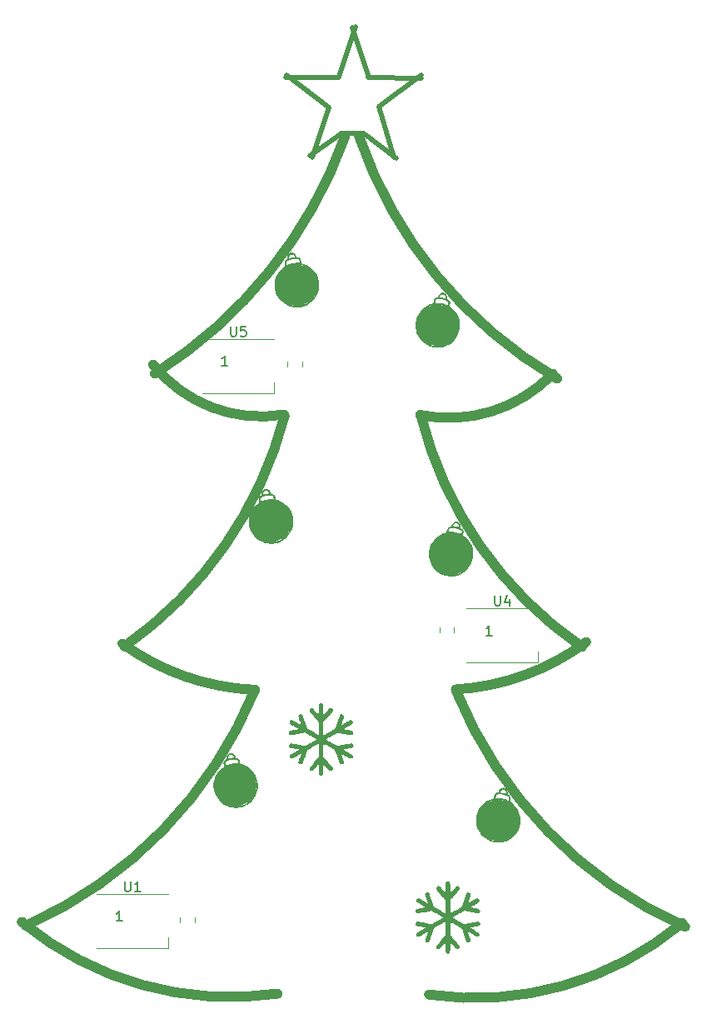
<source format=gto>
%TF.GenerationSoftware,KiCad,Pcbnew,(6.0.7)*%
%TF.CreationDate,2022-11-21T20:11:54+01:00*%
%TF.ProjectId,Arbolito Tronco 2,4172626f-6c69-4746-9f20-54726f6e636f,rev?*%
%TF.SameCoordinates,Original*%
%TF.FileFunction,Legend,Top*%
%TF.FilePolarity,Positive*%
%FSLAX46Y46*%
G04 Gerber Fmt 4.6, Leading zero omitted, Abs format (unit mm)*
G04 Created by KiCad (PCBNEW (6.0.7)) date 2022-11-21 20:11:54*
%MOMM*%
%LPD*%
G01*
G04 APERTURE LIST*
%ADD10C,0.500000*%
%ADD11C,1.000000*%
%ADD12C,3.000000*%
%ADD13C,0.150000*%
%ADD14C,0.120000*%
G04 APERTURE END LIST*
D10*
X143950000Y-32425000D02*
X140700000Y-30000000D01*
D11*
X150009988Y-86560005D02*
G75*
G03*
X173300000Y-110540000I41242012J16755405D01*
G01*
X146399989Y-58500003D02*
G75*
G03*
X162800000Y-82100000I39200311J9742603D01*
G01*
D10*
X142125000Y-27200000D02*
X143725000Y-32350000D01*
X132725000Y-24000000D02*
X137075000Y-27300000D01*
D12*
X128240000Y-96190000D02*
G75*
G03*
X128240000Y-96190000I-700000J0D01*
G01*
D11*
X146349992Y-58550040D02*
G75*
G03*
X159850000Y-54350000I2909608J14444040D01*
G01*
X147250000Y-117450000D02*
G75*
G03*
X173003169Y-110161326I4695560J32550460D01*
G01*
D12*
X150200000Y-72700000D02*
G75*
G03*
X150200000Y-72700000I-700000J0D01*
G01*
D11*
X149990002Y-86430025D02*
G75*
G03*
X163240000Y-81620000I-1505802J24802625D01*
G01*
X119379999Y-54339999D02*
G75*
G03*
X138700000Y-30280000I-25319699J40118439D01*
G01*
D10*
X138100000Y-24250000D02*
X132700000Y-24250000D01*
X141100000Y-24275000D02*
X146500000Y-24300000D01*
D12*
X134459419Y-45338426D02*
G75*
G03*
X134459419Y-45338426I-700000J0D01*
G01*
D10*
X142125000Y-27200000D02*
X146475000Y-24000000D01*
D11*
X116299996Y-82059994D02*
G75*
G03*
X132580000Y-58600000I-23780996J33881494D01*
G01*
D10*
X135150000Y-32225000D02*
X138250000Y-29975000D01*
X138300000Y-29950000D02*
X140650000Y-29950000D01*
D12*
X155000000Y-99750000D02*
G75*
G03*
X155000000Y-99750000I-700000J0D01*
G01*
D11*
X106270003Y-110440006D02*
G75*
G03*
X129570000Y-86440000I-18229603J41008106D01*
G01*
X119209994Y-53420005D02*
G75*
G03*
X132500000Y-58510000I10998806J8822805D01*
G01*
D10*
X137075000Y-27300000D02*
X135425000Y-32400000D01*
X139800000Y-19050000D02*
X138100000Y-24150000D01*
D12*
X148840000Y-49440000D02*
G75*
G03*
X148840000Y-49440000I-700000J0D01*
G01*
D11*
X140150000Y-30250000D02*
G75*
G03*
X160300000Y-54850000I43192520J14826750D01*
G01*
X116080001Y-81769998D02*
G75*
G03*
X129527160Y-86470601I14531899J19987198D01*
G01*
D10*
X141150000Y-24275000D02*
X139450000Y-19175000D01*
D11*
X105850867Y-110050009D02*
G75*
G03*
X131850000Y-117350000I21234233J25678009D01*
G01*
D13*
X137300000Y-30500000D02*
X137300000Y-30700000D01*
D12*
X131830000Y-69350000D02*
G75*
G03*
X131830000Y-69350000I-700000J0D01*
G01*
D13*
%TO.C,U5*%
X127088095Y-49552380D02*
X127088095Y-50361904D01*
X127135714Y-50457142D01*
X127183333Y-50504761D01*
X127278571Y-50552380D01*
X127469047Y-50552380D01*
X127564285Y-50504761D01*
X127611904Y-50457142D01*
X127659523Y-50361904D01*
X127659523Y-49552380D01*
X128611904Y-49552380D02*
X128135714Y-49552380D01*
X128088095Y-50028571D01*
X128135714Y-49980952D01*
X128230952Y-49933333D01*
X128469047Y-49933333D01*
X128564285Y-49980952D01*
X128611904Y-50028571D01*
X128659523Y-50123809D01*
X128659523Y-50361904D01*
X128611904Y-50457142D01*
X128564285Y-50504761D01*
X128469047Y-50552380D01*
X128230952Y-50552380D01*
X128135714Y-50504761D01*
X128088095Y-50457142D01*
X126755714Y-53532380D02*
X126184285Y-53532380D01*
X126470000Y-53532380D02*
X126470000Y-52532380D01*
X126374761Y-52675238D01*
X126279523Y-52770476D01*
X126184285Y-52818095D01*
%TO.C,U1*%
X116338095Y-105952380D02*
X116338095Y-106761904D01*
X116385714Y-106857142D01*
X116433333Y-106904761D01*
X116528571Y-106952380D01*
X116719047Y-106952380D01*
X116814285Y-106904761D01*
X116861904Y-106857142D01*
X116909523Y-106761904D01*
X116909523Y-105952380D01*
X117909523Y-106952380D02*
X117338095Y-106952380D01*
X117623809Y-106952380D02*
X117623809Y-105952380D01*
X117528571Y-106095238D01*
X117433333Y-106190476D01*
X117338095Y-106238095D01*
X116055714Y-109952380D02*
X115484285Y-109952380D01*
X115770000Y-109952380D02*
X115770000Y-108952380D01*
X115674761Y-109095238D01*
X115579523Y-109190476D01*
X115484285Y-109238095D01*
%TO.C,U4*%
X153938095Y-76902380D02*
X153938095Y-77711904D01*
X153985714Y-77807142D01*
X154033333Y-77854761D01*
X154128571Y-77902380D01*
X154319047Y-77902380D01*
X154414285Y-77854761D01*
X154461904Y-77807142D01*
X154509523Y-77711904D01*
X154509523Y-76902380D01*
X155414285Y-77235714D02*
X155414285Y-77902380D01*
X155176190Y-76854761D02*
X154938095Y-77569047D01*
X155557142Y-77569047D01*
X153635714Y-80942380D02*
X153064285Y-80942380D01*
X153350000Y-80942380D02*
X153350000Y-79942380D01*
X153254761Y-80085238D01*
X153159523Y-80180476D01*
X153064285Y-80228095D01*
%TO.C,G\u002A\u002A\u002A*%
G36*
X149279779Y-105945494D02*
G01*
X149343479Y-105989503D01*
X149371801Y-106025343D01*
X149380662Y-106041654D01*
X149387728Y-106060802D01*
X149393207Y-106086468D01*
X149397309Y-106122334D01*
X149400243Y-106172083D01*
X149402219Y-106239397D01*
X149403446Y-106327957D01*
X149404134Y-106441447D01*
X149404491Y-106583547D01*
X149404518Y-106600708D01*
X149405330Y-107123745D01*
X149490390Y-107030081D01*
X149529163Y-106986295D01*
X149583388Y-106923561D01*
X149647711Y-106848149D01*
X149716779Y-106766326D01*
X149771589Y-106700782D01*
X149843871Y-106616133D01*
X149910611Y-106542115D01*
X149967829Y-106482907D01*
X150011548Y-106442685D01*
X150030611Y-106428833D01*
X150105483Y-106401691D01*
X150179106Y-106402788D01*
X150246712Y-106427863D01*
X150303533Y-106472655D01*
X150344801Y-106532902D01*
X150365748Y-106604344D01*
X150361607Y-106682719D01*
X150351609Y-106715714D01*
X150335659Y-106742636D01*
X150302252Y-106788968D01*
X150255406Y-106849468D01*
X150199137Y-106918900D01*
X150159556Y-106966169D01*
X150093045Y-107044681D01*
X150026797Y-107123063D01*
X149966821Y-107194195D01*
X149919126Y-107250954D01*
X149902377Y-107270981D01*
X149856200Y-107326004D01*
X149812017Y-107378096D01*
X149779006Y-107416440D01*
X149777680Y-107417954D01*
X149752058Y-107447594D01*
X149710246Y-107496436D01*
X149657159Y-107558719D01*
X149597714Y-107628681D01*
X149569254Y-107662250D01*
X149403829Y-107857511D01*
X149403829Y-109192216D01*
X149456950Y-109165057D01*
X149483839Y-109150356D01*
X149536426Y-109120721D01*
X149612136Y-109077630D01*
X149708397Y-109022560D01*
X149822634Y-108956991D01*
X149952273Y-108882401D01*
X150094742Y-108800268D01*
X150247466Y-108712070D01*
X150407873Y-108619286D01*
X150507111Y-108561811D01*
X150537065Y-108542499D01*
X150559977Y-108520432D01*
X150579984Y-108488821D01*
X150601224Y-108440877D01*
X150627836Y-108369814D01*
X150633156Y-108355046D01*
X150653947Y-108297118D01*
X150683830Y-108213786D01*
X150720881Y-108110423D01*
X150763173Y-107992401D01*
X150808781Y-107865093D01*
X150855780Y-107733872D01*
X150875261Y-107679472D01*
X150919733Y-107556105D01*
X150961611Y-107441501D01*
X150999416Y-107339590D01*
X151031666Y-107254302D01*
X151056883Y-107189568D01*
X151073587Y-107149318D01*
X151078976Y-107138447D01*
X151117952Y-107101093D01*
X151175874Y-107070198D01*
X151238999Y-107052283D01*
X151264979Y-107050193D01*
X151343355Y-107065089D01*
X151411617Y-107105585D01*
X151463357Y-107165393D01*
X151492170Y-107238224D01*
X151495978Y-107276937D01*
X151490613Y-107304903D01*
X151475494Y-107358972D01*
X151452090Y-107434542D01*
X151421865Y-107527010D01*
X151386288Y-107631776D01*
X151348874Y-107738484D01*
X151309967Y-107847945D01*
X151274922Y-107946831D01*
X151245159Y-108031110D01*
X151222099Y-108096751D01*
X151207163Y-108139721D01*
X151201771Y-108155987D01*
X151201770Y-108156005D01*
X151215357Y-108149223D01*
X151253858Y-108128007D01*
X151313881Y-108094278D01*
X151392035Y-108049955D01*
X151484927Y-107996959D01*
X151589165Y-107937208D01*
X151643460Y-107905987D01*
X151778894Y-107828434D01*
X151889557Y-107766365D01*
X151978747Y-107718506D01*
X152049762Y-107683584D01*
X152105901Y-107660324D01*
X152150459Y-107647453D01*
X152186736Y-107643697D01*
X152218029Y-107647783D01*
X152247636Y-107658436D01*
X152263863Y-107666358D01*
X152334054Y-107718770D01*
X152377343Y-107787587D01*
X152391574Y-107869018D01*
X152390515Y-107889087D01*
X152379310Y-107946300D01*
X152359836Y-107996785D01*
X152351227Y-108010725D01*
X152329355Y-108029441D01*
X152282789Y-108061855D01*
X152215305Y-108105595D01*
X152130673Y-108158284D01*
X152032668Y-108217549D01*
X151925061Y-108281016D01*
X151882424Y-108305749D01*
X151774783Y-108368293D01*
X151677286Y-108425701D01*
X151593275Y-108475943D01*
X151526092Y-108516991D01*
X151479079Y-108546818D01*
X151455577Y-108563395D01*
X151453580Y-108566010D01*
X151471174Y-108570963D01*
X151516651Y-108580815D01*
X151585712Y-108594718D01*
X151674058Y-108611825D01*
X151777391Y-108631289D01*
X151886439Y-108651357D01*
X152020452Y-108676537D01*
X152136530Y-108699931D01*
X152231432Y-108720811D01*
X152301918Y-108738447D01*
X152344746Y-108752109D01*
X152353895Y-108756608D01*
X152413675Y-108812122D01*
X152447815Y-108878746D01*
X152458041Y-108950449D01*
X152446081Y-109021199D01*
X152413660Y-109084961D01*
X152362505Y-109135704D01*
X152294343Y-109167394D01*
X152234149Y-109175032D01*
X152211629Y-109173615D01*
X152174354Y-109169159D01*
X152120542Y-109161360D01*
X152048414Y-109149910D01*
X151956189Y-109134503D01*
X151842087Y-109114835D01*
X151704328Y-109090599D01*
X151541131Y-109061489D01*
X151350717Y-109027199D01*
X151131304Y-108987423D01*
X150944271Y-108953375D01*
X150870632Y-108941470D01*
X150820948Y-108937739D01*
X150787582Y-108941940D01*
X150772649Y-108947943D01*
X150748034Y-108961594D01*
X150699858Y-108988986D01*
X150632814Y-109027425D01*
X150551599Y-109074214D01*
X150460908Y-109126660D01*
X150425386Y-109147252D01*
X150329302Y-109202937D01*
X150238095Y-109255701D01*
X150157205Y-109302404D01*
X150092074Y-109339905D01*
X150048145Y-109365063D01*
X150039947Y-109369715D01*
X149914813Y-109440646D01*
X149816353Y-109496969D01*
X149742605Y-109539841D01*
X149691609Y-109570420D01*
X149661403Y-109589865D01*
X149650024Y-109599333D01*
X149649819Y-109600000D01*
X149663315Y-109610423D01*
X149700566Y-109634038D01*
X149756850Y-109667982D01*
X149827447Y-109709392D01*
X149882390Y-109741025D01*
X149967636Y-109789814D01*
X150073020Y-109850232D01*
X150190360Y-109917582D01*
X150311474Y-109987167D01*
X150428178Y-110054290D01*
X150460439Y-110072860D01*
X150806045Y-110271841D01*
X150942614Y-110246889D01*
X151203446Y-110199397D01*
X151433018Y-110157952D01*
X151632167Y-110122409D01*
X151801732Y-110092625D01*
X151942549Y-110068458D01*
X152055458Y-110049762D01*
X152141295Y-110036396D01*
X152200899Y-110028214D01*
X152235108Y-110025074D01*
X152237916Y-110025029D01*
X152316751Y-110038842D01*
X152379795Y-110076112D01*
X152425393Y-110130823D01*
X152451893Y-110196959D01*
X152457640Y-110268503D01*
X152440983Y-110339438D01*
X152400267Y-110403748D01*
X152353038Y-110443953D01*
X152322125Y-110456226D01*
X152261608Y-110472715D01*
X152174212Y-110492804D01*
X152062664Y-110515879D01*
X151929691Y-110541325D01*
X151885330Y-110549456D01*
X151771766Y-110570306D01*
X151669088Y-110589604D01*
X151581594Y-110606504D01*
X151513585Y-110620164D01*
X151469358Y-110629738D01*
X151453281Y-110634289D01*
X151462891Y-110645260D01*
X151495176Y-110668120D01*
X151544249Y-110698861D01*
X151572878Y-110715725D01*
X151743651Y-110814558D01*
X151888127Y-110898548D01*
X152008437Y-110968995D01*
X152106713Y-111027195D01*
X152185085Y-111074449D01*
X152245684Y-111112053D01*
X152290642Y-111141307D01*
X152322088Y-111163509D01*
X152342155Y-111179956D01*
X152351797Y-111190305D01*
X152380023Y-111250082D01*
X152391412Y-111322960D01*
X152384629Y-111393755D01*
X152372578Y-111426479D01*
X152322063Y-111493473D01*
X152255138Y-111538171D01*
X152179179Y-111557341D01*
X152101560Y-111547749D01*
X152098353Y-111546662D01*
X152072604Y-111535642D01*
X152031508Y-111514913D01*
X151973198Y-111483422D01*
X151895806Y-111440114D01*
X151797467Y-111383934D01*
X151676313Y-111313829D01*
X151530479Y-111228744D01*
X151398051Y-111151099D01*
X151328578Y-111110846D01*
X151269962Y-111077922D01*
X151227520Y-111055237D01*
X151206570Y-111045698D01*
X151205335Y-111045684D01*
X151209382Y-111061705D01*
X151223321Y-111104251D01*
X151245708Y-111169186D01*
X151275099Y-111252373D01*
X151310051Y-111349677D01*
X151343214Y-111440829D01*
X151395035Y-111584493D01*
X151435080Y-111701491D01*
X151463854Y-111795455D01*
X151481864Y-111870012D01*
X151489614Y-111928794D01*
X151487612Y-111975428D01*
X151476362Y-112013546D01*
X151456372Y-112046776D01*
X151431643Y-112075177D01*
X151362639Y-112126802D01*
X151283988Y-112147777D01*
X151210578Y-112142832D01*
X151175400Y-112133817D01*
X151144695Y-112118832D01*
X151116525Y-112094543D01*
X151088949Y-112057617D01*
X151060029Y-112004720D01*
X151027825Y-111932519D01*
X150990397Y-111837681D01*
X150945806Y-111716872D01*
X150918469Y-111640792D01*
X150872408Y-111512043D01*
X150823009Y-111374267D01*
X150773510Y-111236475D01*
X150727150Y-111107680D01*
X150687167Y-110996894D01*
X150673097Y-110958017D01*
X150569963Y-110673369D01*
X149992352Y-110340996D01*
X149867310Y-110269118D01*
X149751311Y-110202581D01*
X149647362Y-110143100D01*
X149558467Y-110092388D01*
X149487633Y-110052158D01*
X149437865Y-110024123D01*
X149412169Y-110009997D01*
X149409285Y-110008623D01*
X149408109Y-110024396D01*
X149407027Y-110069432D01*
X149406066Y-110140301D01*
X149405254Y-110233576D01*
X149404617Y-110345829D01*
X149404184Y-110473632D01*
X149403982Y-110613557D01*
X149403972Y-110674678D01*
X149404115Y-111340733D01*
X149620542Y-111596792D01*
X149764063Y-111766554D01*
X149887984Y-111913169D01*
X149993740Y-112038514D01*
X150082766Y-112144465D01*
X150156495Y-112232901D01*
X150216363Y-112305696D01*
X150263804Y-112364729D01*
X150300253Y-112411875D01*
X150327143Y-112449013D01*
X150345910Y-112478018D01*
X150357987Y-112500768D01*
X150364810Y-112519139D01*
X150367813Y-112535009D01*
X150368430Y-112550254D01*
X150368096Y-112566750D01*
X150368017Y-112574775D01*
X150353372Y-112646924D01*
X150314081Y-112712973D01*
X150257261Y-112765590D01*
X150190029Y-112797440D01*
X150146007Y-112803542D01*
X150078387Y-112789520D01*
X150005171Y-112750506D01*
X149934206Y-112691311D01*
X149899407Y-112652427D01*
X149840278Y-112579635D01*
X149774821Y-112500256D01*
X149706342Y-112418170D01*
X149638149Y-112337256D01*
X149573549Y-112261393D01*
X149515849Y-112194461D01*
X149468354Y-112140338D01*
X149434374Y-112102903D01*
X149417213Y-112086037D01*
X149416087Y-112085473D01*
X149413091Y-112100906D01*
X149410359Y-112145143D01*
X149407985Y-112214298D01*
X149406061Y-112304488D01*
X149404680Y-112411826D01*
X149403935Y-112532427D01*
X149403829Y-112600104D01*
X149403669Y-112753631D01*
X149402816Y-112877980D01*
X149400709Y-112976663D01*
X149396789Y-113053192D01*
X149390495Y-113111078D01*
X149381267Y-113153834D01*
X149368546Y-113184970D01*
X149351770Y-113207999D01*
X149330381Y-113226433D01*
X149303818Y-113243782D01*
X149300879Y-113245578D01*
X149239637Y-113269482D01*
X149175000Y-113277484D01*
X149104216Y-113267923D01*
X149049120Y-113245578D01*
X149022067Y-113228188D01*
X149000222Y-113210075D01*
X148983028Y-113187737D01*
X148969929Y-113157670D01*
X148960369Y-113116374D01*
X148953791Y-113060345D01*
X148949639Y-112986081D01*
X148947356Y-112890079D01*
X148946386Y-112768838D01*
X148946172Y-112618854D01*
X148946171Y-112597570D01*
X148946104Y-112454034D01*
X148945776Y-112340025D01*
X148944994Y-112252382D01*
X148943568Y-112187942D01*
X148941305Y-112143545D01*
X148938015Y-112116028D01*
X148933505Y-112102229D01*
X148927584Y-112098986D01*
X148920060Y-112103137D01*
X148916406Y-112106298D01*
X148897781Y-112126112D01*
X148861562Y-112167195D01*
X148811065Y-112225689D01*
X148749606Y-112297737D01*
X148680500Y-112379481D01*
X148634456Y-112434310D01*
X148541211Y-112544427D01*
X148464924Y-112631147D01*
X148402582Y-112696952D01*
X148351171Y-112744325D01*
X148307678Y-112775750D01*
X148269090Y-112793710D01*
X148232394Y-112800687D01*
X148194577Y-112799164D01*
X148192093Y-112798842D01*
X148107125Y-112772951D01*
X148041784Y-112723680D01*
X147999290Y-112655919D01*
X147982862Y-112574562D01*
X147992534Y-112495563D01*
X148004979Y-112475399D01*
X148036466Y-112433098D01*
X148084798Y-112371376D01*
X148147781Y-112292948D01*
X148223220Y-112200531D01*
X148308919Y-112096839D01*
X148402683Y-111984588D01*
X148474486Y-111899364D01*
X148946171Y-111341513D01*
X148946171Y-110675068D01*
X148946002Y-110531057D01*
X148945521Y-110397738D01*
X148944764Y-110278536D01*
X148943767Y-110176880D01*
X148942567Y-110096196D01*
X148941201Y-110039912D01*
X148939705Y-110011453D01*
X148939048Y-110008623D01*
X148930054Y-110012810D01*
X148905864Y-110025926D01*
X148865033Y-110048798D01*
X148806116Y-110082256D01*
X148727667Y-110127128D01*
X148628241Y-110184243D01*
X148506392Y-110254430D01*
X148360675Y-110338518D01*
X148189644Y-110437336D01*
X147991855Y-110551711D01*
X147982870Y-110556909D01*
X147779607Y-110674491D01*
X147643931Y-111048474D01*
X147598182Y-111175004D01*
X147548952Y-111311888D01*
X147499719Y-111449406D01*
X147453961Y-111577839D01*
X147415157Y-111687465D01*
X147407758Y-111708494D01*
X147373803Y-111803210D01*
X147341251Y-111890513D01*
X147312449Y-111964365D01*
X147289748Y-112018724D01*
X147276522Y-112045911D01*
X147225330Y-112102588D01*
X147158295Y-112136316D01*
X147083023Y-112146924D01*
X147007119Y-112134240D01*
X146938188Y-112098095D01*
X146894884Y-112054483D01*
X146875207Y-112022025D01*
X146863548Y-111984891D01*
X146860556Y-111939512D01*
X146866881Y-111882319D01*
X146883170Y-111809745D01*
X146910073Y-111718221D01*
X146948239Y-111604178D01*
X146998316Y-111464047D01*
X147006122Y-111442668D01*
X147044833Y-111336501D01*
X147079529Y-111240647D01*
X147108706Y-111159320D01*
X147130859Y-111096738D01*
X147144481Y-111057118D01*
X147148230Y-111044690D01*
X147135904Y-111046378D01*
X147104760Y-111061725D01*
X147086937Y-111072047D01*
X147025755Y-111108492D01*
X146946972Y-111154807D01*
X146855809Y-111207984D01*
X146757491Y-111265013D01*
X146657240Y-111322885D01*
X146560280Y-111378588D01*
X146471833Y-111429115D01*
X146397122Y-111471455D01*
X146341370Y-111502599D01*
X146314640Y-111517061D01*
X146223301Y-111550867D01*
X146139953Y-111553605D01*
X146066201Y-111525642D01*
X146003653Y-111467345D01*
X145986051Y-111442001D01*
X145963285Y-111379328D01*
X145960074Y-111304932D01*
X145975718Y-111232745D01*
X145998773Y-111189275D01*
X146020638Y-111170571D01*
X146067213Y-111138159D01*
X146134740Y-111094400D01*
X146219464Y-111041659D01*
X146317628Y-110982298D01*
X146425474Y-110918681D01*
X146469577Y-110893095D01*
X146593280Y-110821423D01*
X146690999Y-110764112D01*
X146765241Y-110719495D01*
X146818512Y-110685904D01*
X146853318Y-110661671D01*
X146872167Y-110645129D01*
X146877563Y-110634608D01*
X146872015Y-110628442D01*
X146868973Y-110627310D01*
X146841985Y-110620979D01*
X146787901Y-110610005D01*
X146711828Y-110595360D01*
X146618875Y-110578019D01*
X146514148Y-110558955D01*
X146453571Y-110548122D01*
X146344273Y-110528313D01*
X146243709Y-110509358D01*
X146157049Y-110492290D01*
X146089464Y-110478142D01*
X146046126Y-110467946D01*
X146034610Y-110464441D01*
X145966379Y-110423243D01*
X145920903Y-110366346D01*
X145897159Y-110299704D01*
X145894123Y-110229271D01*
X145910775Y-110160999D01*
X145946090Y-110100844D01*
X145999048Y-110054757D01*
X146068625Y-110028693D01*
X146110077Y-110025029D01*
X146139849Y-110027874D01*
X146198043Y-110036029D01*
X146280931Y-110048879D01*
X146384787Y-110065811D01*
X146505882Y-110086212D01*
X146640489Y-110109468D01*
X146784882Y-110134966D01*
X146860314Y-110148496D01*
X147545422Y-110272025D01*
X147775880Y-110138707D01*
X147860423Y-110089890D01*
X147965216Y-110029523D01*
X148082129Y-109962280D01*
X148203034Y-109892835D01*
X148319800Y-109825864D01*
X148353109Y-109806780D01*
X148449004Y-109751535D01*
X148534717Y-109701535D01*
X148606398Y-109659079D01*
X148660196Y-109626463D01*
X148692258Y-109605985D01*
X148699727Y-109600000D01*
X148686043Y-109590186D01*
X148647343Y-109566242D01*
X148587036Y-109530182D01*
X148508532Y-109484017D01*
X148415242Y-109429761D01*
X148310575Y-109369425D01*
X148256573Y-109338481D01*
X148139702Y-109271523D01*
X148025446Y-109205839D01*
X147918696Y-109144258D01*
X147824344Y-109089609D01*
X147747281Y-109044719D01*
X147692400Y-109012419D01*
X147681961Y-109006188D01*
X147550350Y-108927240D01*
X146862569Y-109051136D01*
X146714377Y-109077560D01*
X146574099Y-109102056D01*
X146445453Y-109124010D01*
X146332157Y-109142813D01*
X146237926Y-109157852D01*
X146166479Y-109168516D01*
X146121533Y-109174193D01*
X146109868Y-109174971D01*
X146032753Y-109160287D01*
X145968394Y-109120703D01*
X145920736Y-109062688D01*
X145893721Y-108992712D01*
X145891294Y-108917243D01*
X145912636Y-108851408D01*
X145930133Y-108819664D01*
X145948625Y-108793693D01*
X145971888Y-108772122D01*
X146003696Y-108753575D01*
X146047822Y-108736678D01*
X146108041Y-108720056D01*
X146188128Y-108702336D01*
X146291856Y-108682142D01*
X146423001Y-108658099D01*
X146463527Y-108650783D01*
X146580136Y-108629811D01*
X146685974Y-108610874D01*
X146776853Y-108594714D01*
X146848587Y-108582072D01*
X146896988Y-108573688D01*
X146917870Y-108570305D01*
X146918307Y-108570270D01*
X146906832Y-108562491D01*
X146870394Y-108540488D01*
X146812408Y-108506261D01*
X146736291Y-108461812D01*
X146645459Y-108409141D01*
X146543327Y-108350250D01*
X146510245Y-108331238D01*
X146378874Y-108255750D01*
X146272892Y-108194544D01*
X146189338Y-108145630D01*
X146125251Y-108107016D01*
X146077669Y-108076708D01*
X146043631Y-108052716D01*
X146020176Y-108033048D01*
X146004343Y-108015710D01*
X145993170Y-107998713D01*
X145983697Y-107980062D01*
X145981584Y-107975619D01*
X145959154Y-107896050D01*
X145964142Y-107818799D01*
X145992611Y-107749280D01*
X146040625Y-107692908D01*
X146104248Y-107655097D01*
X146179543Y-107641262D01*
X146221722Y-107645287D01*
X146248638Y-107655821D01*
X146299734Y-107680855D01*
X146371051Y-107718257D01*
X146458625Y-107765892D01*
X146558498Y-107821629D01*
X146666707Y-107883333D01*
X146706918Y-107906584D01*
X146814507Y-107968825D01*
X146912634Y-108025209D01*
X146997841Y-108073778D01*
X147066672Y-108112577D01*
X147115667Y-108139649D01*
X147141370Y-108153038D01*
X147144399Y-108154103D01*
X147140256Y-108138345D01*
X147126375Y-108095855D01*
X147104138Y-108030643D01*
X147074929Y-107946716D01*
X147040131Y-107848083D01*
X147001128Y-107738753D01*
X146999804Y-107735063D01*
X146950814Y-107597065D01*
X146912901Y-107485777D01*
X146885402Y-107397397D01*
X146867658Y-107328124D01*
X146859006Y-107274158D01*
X146858787Y-107231699D01*
X146866338Y-107196944D01*
X146880999Y-107166094D01*
X146896744Y-107142571D01*
X146950998Y-107092431D01*
X147022002Y-107059431D01*
X147081886Y-107050193D01*
X147139767Y-107060321D01*
X147201092Y-107086228D01*
X147252488Y-107121198D01*
X147275297Y-107147312D01*
X147285155Y-107169778D01*
X147304660Y-107219628D01*
X147332542Y-107293430D01*
X147367532Y-107387753D01*
X147408363Y-107499168D01*
X147453765Y-107624243D01*
X147502470Y-107759547D01*
X147525142Y-107822899D01*
X147574718Y-107961557D01*
X147621254Y-108091468D01*
X147663519Y-108209216D01*
X147700286Y-108311386D01*
X147730323Y-108394565D01*
X147752401Y-108455336D01*
X147765290Y-108490286D01*
X147767781Y-108496718D01*
X147786974Y-108517641D01*
X147828585Y-108549345D01*
X147886172Y-108587261D01*
X147942904Y-108620977D01*
X148051042Y-108682549D01*
X148180667Y-108756785D01*
X148325061Y-108839819D01*
X148477510Y-108927787D01*
X148631295Y-109016824D01*
X148692825Y-109052538D01*
X148762169Y-109092647D01*
X148824779Y-109128551D01*
X148873093Y-109155931D01*
X148897136Y-109169205D01*
X148937999Y-109190928D01*
X148946541Y-107863358D01*
X148856503Y-107753304D01*
X148831140Y-107722447D01*
X148802213Y-107687575D01*
X148767801Y-107646418D01*
X148725981Y-107596705D01*
X148674832Y-107536166D01*
X148612432Y-107462530D01*
X148536858Y-107373528D01*
X148446191Y-107266889D01*
X148338506Y-107140343D01*
X148211884Y-106991619D01*
X148186132Y-106961380D01*
X148127640Y-106891397D01*
X148075701Y-106826835D01*
X148034621Y-106773228D01*
X148008706Y-106736113D01*
X148002989Y-106725940D01*
X147982891Y-106647663D01*
X147990481Y-106572703D01*
X148021154Y-106505724D01*
X148070301Y-106451389D01*
X148133317Y-106414363D01*
X148205594Y-106399312D01*
X148282524Y-106410898D01*
X148305194Y-106419975D01*
X148344849Y-106447129D01*
X148400994Y-106499799D01*
X148474204Y-106578565D01*
X148553893Y-106670746D01*
X148623646Y-106753324D01*
X148694424Y-106836983D01*
X148760118Y-106914510D01*
X148814615Y-106978690D01*
X148839929Y-107008413D01*
X148937999Y-107123346D01*
X148946171Y-106592336D01*
X148948629Y-106439319D01*
X148951183Y-106315505D01*
X148954396Y-106217413D01*
X148958831Y-106141557D01*
X148965053Y-106084457D01*
X148973624Y-106042628D01*
X148985108Y-106012588D01*
X149000067Y-105990854D01*
X149019066Y-105973943D01*
X149042667Y-105958372D01*
X149049370Y-105954270D01*
X149123873Y-105925926D01*
X149203626Y-105923651D01*
X149279779Y-105945494D01*
G37*
D14*
%TO.C,C16*%
X149785000Y-80088748D02*
X149785000Y-80611252D01*
X148315000Y-80088748D02*
X148315000Y-80611252D01*
%TO.C,G\u002A\u002A\u002A*%
G36*
X148787016Y-73689442D02*
G01*
X148674581Y-73647214D01*
X148561915Y-73599928D01*
X148465952Y-73554896D01*
X148426472Y-73533764D01*
X148315109Y-73465485D01*
X148241865Y-73407113D01*
X148206776Y-73352921D01*
X148208310Y-73325393D01*
X148386588Y-73325393D01*
X148532266Y-73402281D01*
X148678283Y-73472985D01*
X148827292Y-73530930D01*
X148989619Y-73579156D01*
X149175590Y-73620697D01*
X149395528Y-73658590D01*
X149412862Y-73661245D01*
X149576330Y-73683904D01*
X149726759Y-73700566D01*
X149854003Y-73710278D01*
X149947917Y-73712089D01*
X149952691Y-73711907D01*
X150064186Y-73704513D01*
X150165522Y-73693063D01*
X150247583Y-73679057D01*
X150301252Y-73663995D01*
X150317686Y-73651875D01*
X150307191Y-73628523D01*
X150276467Y-73574141D01*
X150229589Y-73495616D01*
X150170630Y-73399833D01*
X150134027Y-73341493D01*
X150070950Y-73239780D01*
X150018728Y-73152017D01*
X149981164Y-73084890D01*
X149962057Y-73045077D01*
X149960897Y-73037157D01*
X149988261Y-73030515D01*
X150048195Y-73021572D01*
X150128418Y-73012131D01*
X150139179Y-73011014D01*
X150220710Y-73000193D01*
X150283049Y-72987267D01*
X150314104Y-72974822D01*
X150315195Y-72973408D01*
X150307511Y-72948217D01*
X150279136Y-72892278D01*
X150233960Y-72812578D01*
X150175876Y-72716103D01*
X150138740Y-72656688D01*
X150074555Y-72554212D01*
X150020143Y-72465223D01*
X149979583Y-72396565D01*
X149956954Y-72355081D01*
X149953643Y-72346233D01*
X149975329Y-72336817D01*
X150028372Y-72328391D01*
X150071531Y-72324726D01*
X150137206Y-72318185D01*
X150180027Y-72309079D01*
X150189138Y-72303169D01*
X150178271Y-72280185D01*
X150146957Y-72226322D01*
X150099346Y-72148428D01*
X150039588Y-72053349D01*
X150003151Y-71996373D01*
X149938512Y-71894291D01*
X149883940Y-71805052D01*
X149843568Y-71735660D01*
X149821530Y-71693116D01*
X149818710Y-71683753D01*
X149840572Y-71671876D01*
X149883553Y-71672615D01*
X149947642Y-71679645D01*
X149984814Y-71674028D01*
X149995245Y-71650654D01*
X149979107Y-71604405D01*
X149936575Y-71530170D01*
X149890853Y-71458291D01*
X149757254Y-71251814D01*
X149560718Y-71400079D01*
X149470053Y-71470309D01*
X149414923Y-71519865D01*
X149393767Y-71553616D01*
X149405031Y-71576434D01*
X149447157Y-71593191D01*
X149495479Y-71604187D01*
X149538543Y-71618988D01*
X149552902Y-71635130D01*
X149534766Y-71654577D01*
X149486896Y-71695985D01*
X149415529Y-71754219D01*
X149326899Y-71824139D01*
X149272876Y-71865851D01*
X149177468Y-71939694D01*
X149095856Y-72004237D01*
X149034259Y-72054451D01*
X148998896Y-72085308D01*
X148992875Y-72092235D01*
X149009738Y-72108441D01*
X149056481Y-72134452D01*
X149095803Y-72152679D01*
X149155343Y-72181303D01*
X149192592Y-72204530D01*
X149199226Y-72213209D01*
X149181344Y-72231212D01*
X149133815Y-72271474D01*
X149062815Y-72328957D01*
X148974517Y-72398627D01*
X148919110Y-72441635D01*
X148824096Y-72516530D01*
X148743527Y-72583042D01*
X148683446Y-72635934D01*
X148649904Y-72669973D01*
X148644973Y-72678903D01*
X148665438Y-72699241D01*
X148716567Y-72731683D01*
X148787993Y-72769760D01*
X148800466Y-72775873D01*
X148873260Y-72813513D01*
X148926594Y-72845655D01*
X148950562Y-72866225D01*
X148951002Y-72868151D01*
X148933401Y-72888231D01*
X148886753Y-72929251D01*
X148818135Y-72985256D01*
X148734620Y-73050292D01*
X148733750Y-73050955D01*
X148642328Y-73121053D01*
X148557765Y-73186623D01*
X148490125Y-73239818D01*
X148452416Y-73270310D01*
X148386588Y-73325393D01*
X148208310Y-73325393D01*
X148209882Y-73297188D01*
X148211619Y-73294542D01*
X148251223Y-73234187D01*
X148330834Y-73158195D01*
X148429541Y-73078396D01*
X148512028Y-73013098D01*
X148579787Y-72957502D01*
X148625802Y-72917501D01*
X148643057Y-72898999D01*
X148627059Y-72879309D01*
X148584151Y-72842994D01*
X148538880Y-72809027D01*
X148477301Y-72760817D01*
X148446507Y-72722601D01*
X148438046Y-72682271D01*
X148438779Y-72665618D01*
X148446087Y-72633171D01*
X148466358Y-72599495D01*
X148505433Y-72558550D01*
X148569147Y-72504298D01*
X148663342Y-72430701D01*
X148673272Y-72423108D01*
X148767036Y-72350818D01*
X148829422Y-72300100D01*
X148865223Y-72265689D01*
X148879229Y-72242324D01*
X148876233Y-72224743D01*
X148865506Y-72211983D01*
X148814063Y-72156723D01*
X148790887Y-72116437D01*
X148788871Y-72078235D01*
X148789526Y-72074219D01*
X148809584Y-72043993D01*
X148858592Y-71993810D01*
X148929307Y-71930512D01*
X149014485Y-71860940D01*
X149019367Y-71857129D01*
X149241424Y-71684182D01*
X149196974Y-71627915D01*
X149167397Y-71577848D01*
X149158719Y-71536517D01*
X149179159Y-71508370D01*
X149232341Y-71457390D01*
X149314330Y-71386875D01*
X149421189Y-71300124D01*
X149548984Y-71200435D01*
X149661829Y-71114945D01*
X149721957Y-71079631D01*
X149776480Y-71063129D01*
X149790906Y-71063394D01*
X149810696Y-71068882D01*
X149830648Y-71081290D01*
X149854474Y-71105604D01*
X149885885Y-71146817D01*
X149928591Y-71209918D01*
X149986306Y-71299898D01*
X150062739Y-71421745D01*
X150090341Y-71466010D01*
X150156619Y-71576921D01*
X150196752Y-71658312D01*
X150211659Y-71716662D01*
X150202255Y-71758450D01*
X150169456Y-71790155D01*
X150138612Y-71807186D01*
X150120820Y-71818976D01*
X150114873Y-71836770D01*
X150123430Y-71867279D01*
X150149143Y-71917209D01*
X150194670Y-71993271D01*
X150242901Y-72070687D01*
X150299954Y-72165912D01*
X150345862Y-72250677D01*
X150376182Y-72316167D01*
X150386466Y-72353566D01*
X150386301Y-72355018D01*
X150362584Y-72393102D01*
X150313549Y-72432543D01*
X150300140Y-72440255D01*
X150221633Y-72482081D01*
X150376526Y-72724045D01*
X150441865Y-72828150D01*
X150484875Y-72902996D01*
X150508980Y-72956272D01*
X150517607Y-72995664D01*
X150514179Y-73028861D01*
X150513496Y-73031446D01*
X150495947Y-73071758D01*
X150462319Y-73099506D01*
X150400526Y-73123181D01*
X150370383Y-73131970D01*
X150302091Y-73153882D01*
X150254854Y-73174290D01*
X150240876Y-73185650D01*
X150250800Y-73210772D01*
X150281010Y-73265195D01*
X150326762Y-73340783D01*
X150380531Y-73425138D01*
X150456726Y-73548405D01*
X150501989Y-73642368D01*
X150514375Y-73712194D01*
X150491938Y-73763046D01*
X150432732Y-73800089D01*
X150334809Y-73828489D01*
X150220633Y-73849538D01*
X150124683Y-73860827D01*
X150003956Y-73869066D01*
X149878674Y-73873044D01*
X149826666Y-73873128D01*
X149593130Y-73870802D01*
X149535676Y-74196638D01*
X149438658Y-74179532D01*
X149360742Y-74167655D01*
X149289570Y-74159719D01*
X149276539Y-74158811D01*
X149217676Y-74151289D01*
X149137363Y-74135926D01*
X149085470Y-74123979D01*
X148959500Y-74092761D01*
X148980965Y-73971026D01*
X149163886Y-73971026D01*
X149385642Y-74010128D01*
X149416923Y-73832723D01*
X149195167Y-73793621D01*
X149163886Y-73971026D01*
X148980965Y-73971026D01*
X148986481Y-73939745D01*
X149016483Y-73769595D01*
X148787016Y-73689442D01*
G37*
G36*
X147429709Y-71775356D02*
G01*
X147561917Y-71520709D01*
X147726130Y-71283242D01*
X147921169Y-71066481D01*
X148145856Y-70873951D01*
X148399011Y-70709178D01*
X148679454Y-70575688D01*
X148832180Y-70520926D01*
X149053054Y-70450008D01*
X149055591Y-70435618D01*
X149238511Y-70435618D01*
X149344864Y-70423032D01*
X149414937Y-70419161D01*
X149513360Y-70419356D01*
X149623650Y-70423434D01*
X149676136Y-70426729D01*
X149854480Y-70448015D01*
X150039623Y-70484822D01*
X150218822Y-70533645D01*
X150379333Y-70590981D01*
X150508415Y-70653326D01*
X150515552Y-70657550D01*
X150533321Y-70659160D01*
X150547840Y-70634496D01*
X150562312Y-70576200D01*
X150570787Y-70530704D01*
X150582984Y-70449596D01*
X150589341Y-70382460D01*
X150588829Y-70347543D01*
X150557588Y-70295436D01*
X150487743Y-70242109D01*
X150385574Y-70190018D01*
X150257363Y-70141618D01*
X150109391Y-70099365D01*
X149947938Y-70065715D01*
X149821402Y-70047555D01*
X149666243Y-70033183D01*
X149547170Y-70030865D01*
X149456717Y-70041187D01*
X149387420Y-70064732D01*
X149354727Y-70084153D01*
X149319859Y-70114077D01*
X149296515Y-70152902D01*
X149278808Y-70213679D01*
X149265677Y-70281552D01*
X149238511Y-70435618D01*
X149055591Y-70435618D01*
X149061107Y-70404337D01*
X149086410Y-70260834D01*
X149115105Y-70129648D01*
X149148635Y-70037438D01*
X149170143Y-70000733D01*
X149237121Y-69936158D01*
X149329769Y-69883541D01*
X149428752Y-69853084D01*
X149456126Y-69849837D01*
X149492043Y-69842337D01*
X149508602Y-69824209D01*
X149700728Y-69824209D01*
X149987057Y-69886130D01*
X150095278Y-69908065D01*
X150187489Y-69923993D01*
X150254901Y-69932596D01*
X150288726Y-69932557D01*
X150290502Y-69931597D01*
X150300969Y-69899956D01*
X150304146Y-69844026D01*
X150303833Y-69835099D01*
X150278612Y-69729035D01*
X150219699Y-69642981D01*
X150136008Y-69582738D01*
X150036454Y-69554113D01*
X149929953Y-69562908D01*
X149900667Y-69572645D01*
X149799237Y-69632401D01*
X149734804Y-69717733D01*
X149719450Y-69758915D01*
X149700728Y-69824209D01*
X149508602Y-69824209D01*
X149514192Y-69818089D01*
X149522256Y-69792740D01*
X149530969Y-69765356D01*
X149537567Y-69735937D01*
X149585180Y-69608801D01*
X149663211Y-69507523D01*
X149764253Y-69433516D01*
X149880901Y-69388199D01*
X150005745Y-69372986D01*
X150131378Y-69389293D01*
X150250393Y-69438536D01*
X150355385Y-69522129D01*
X150396419Y-69571797D01*
X150440736Y-69653304D01*
X150473155Y-69751418D01*
X150490515Y-69850788D01*
X150489654Y-69936064D01*
X150479220Y-69973766D01*
X150476129Y-70002798D01*
X150501026Y-70031483D01*
X150557871Y-70066509D01*
X150636702Y-70114331D01*
X150689613Y-70161794D01*
X150732660Y-70224854D01*
X150750837Y-70258256D01*
X150768045Y-70298257D01*
X150775558Y-70341737D01*
X150773411Y-70400191D01*
X150761633Y-70485115D01*
X150751598Y-70544203D01*
X150714264Y-70757471D01*
X150886805Y-70889853D01*
X151120618Y-71096652D01*
X151320333Y-71329831D01*
X151484891Y-71585165D01*
X151613236Y-71858433D01*
X151704311Y-72145412D01*
X151757059Y-72441881D01*
X151770420Y-72743614D01*
X151743340Y-73046391D01*
X151674760Y-73345989D01*
X151570933Y-73622217D01*
X151422296Y-73897245D01*
X151238628Y-74147263D01*
X151023875Y-74369258D01*
X150781985Y-74560225D01*
X150516906Y-74717153D01*
X150232583Y-74837033D01*
X149932968Y-74916857D01*
X149854676Y-74930428D01*
X149605271Y-74952937D01*
X149343356Y-74947722D01*
X149083278Y-74916220D01*
X148839383Y-74859868D01*
X148709146Y-74815648D01*
X148423005Y-74684116D01*
X148168020Y-74522771D01*
X147939250Y-74327787D01*
X147731753Y-74095338D01*
X147665781Y-74007932D01*
X147499485Y-73742769D01*
X147374631Y-73466582D01*
X147290037Y-73182893D01*
X147244525Y-72895232D01*
X147238320Y-72660265D01*
X147417417Y-72660265D01*
X147420983Y-72814746D01*
X147454271Y-73068909D01*
X147510832Y-73300573D01*
X147563433Y-73451390D01*
X147691335Y-73719586D01*
X147854809Y-73963824D01*
X148049798Y-74181328D01*
X148272242Y-74369325D01*
X148518083Y-74525043D01*
X148783259Y-74645710D01*
X149063713Y-74728551D01*
X149355386Y-74770793D01*
X149502144Y-74775830D01*
X149800683Y-74753899D01*
X150085612Y-74691632D01*
X150354190Y-74592140D01*
X150603677Y-74458534D01*
X150831331Y-74293928D01*
X151034413Y-74101432D01*
X151210179Y-73884160D01*
X151355891Y-73645221D01*
X151468807Y-73387731D01*
X151546186Y-73114799D01*
X151585288Y-72829539D01*
X151583370Y-72535061D01*
X151571904Y-72425815D01*
X151526852Y-72179543D01*
X151457546Y-71956096D01*
X151378981Y-71777500D01*
X151243969Y-71546265D01*
X151076805Y-71326526D01*
X150886823Y-71129055D01*
X150683355Y-70964621D01*
X150661903Y-70949923D01*
X150424473Y-70815637D01*
X150162432Y-70713093D01*
X149884582Y-70643830D01*
X149599719Y-70609389D01*
X149316643Y-70611312D01*
X149044155Y-70651139D01*
X149006493Y-70660040D01*
X148793607Y-70729258D01*
X148572275Y-70830325D01*
X148355754Y-70955628D01*
X148157304Y-71097557D01*
X148001150Y-71237221D01*
X147893377Y-71361113D01*
X147783377Y-71512560D01*
X147681586Y-71675895D01*
X147598436Y-71835452D01*
X147589335Y-71855563D01*
X147522484Y-72037201D01*
X147469682Y-72242487D01*
X147433727Y-72455488D01*
X147417417Y-72660265D01*
X147238320Y-72660265D01*
X147236916Y-72607122D01*
X147266029Y-72322089D01*
X147291799Y-72211122D01*
X147330688Y-72043659D01*
X147429709Y-71775356D01*
G37*
G36*
X133497634Y-46537848D02*
G01*
X133377537Y-46536622D01*
X133255493Y-46530722D01*
X133149916Y-46521227D01*
X133105589Y-46514872D01*
X133013669Y-46496149D01*
X133916803Y-46496149D01*
X133948084Y-46673554D01*
X134169840Y-46634452D01*
X134138559Y-46457047D01*
X133916803Y-46496149D01*
X133013669Y-46496149D01*
X132977590Y-46488800D01*
X132888798Y-46458999D01*
X132837291Y-46420076D01*
X132821147Y-46366642D01*
X132821874Y-46363561D01*
X132829151Y-46332709D01*
X132996843Y-46332709D01*
X133160033Y-46355135D01*
X133321426Y-46371634D01*
X133481268Y-46375121D01*
X133650299Y-46364919D01*
X133839262Y-46340350D01*
X134058897Y-46300734D01*
X134076094Y-46297300D01*
X134237453Y-46262684D01*
X134384509Y-46226891D01*
X134507401Y-46192497D01*
X134596270Y-46162078D01*
X134600694Y-46160275D01*
X134702936Y-46115192D01*
X134794245Y-46069774D01*
X134866566Y-46028546D01*
X134911847Y-45996037D01*
X134923145Y-45979027D01*
X134905296Y-45960673D01*
X134857825Y-45920079D01*
X134786917Y-45862323D01*
X134698755Y-45792481D01*
X134644405Y-45750179D01*
X134550344Y-45676173D01*
X134471255Y-45611564D01*
X134412998Y-45561332D01*
X134381426Y-45530456D01*
X134377627Y-45523410D01*
X134401069Y-45507810D01*
X134454330Y-45478908D01*
X134526486Y-45442598D01*
X134536216Y-45437868D01*
X134609129Y-45399814D01*
X134663287Y-45366347D01*
X134688213Y-45344031D01*
X134688754Y-45342329D01*
X134672919Y-45321285D01*
X134627122Y-45278424D01*
X134557412Y-45218982D01*
X134469834Y-45148191D01*
X134414617Y-45105061D01*
X134319254Y-45030717D01*
X134237687Y-44965705D01*
X134176090Y-44915060D01*
X134140639Y-44883817D01*
X134134500Y-44876635D01*
X134151658Y-44860369D01*
X134198621Y-44834310D01*
X134237924Y-44816105D01*
X134297400Y-44787496D01*
X134334524Y-44764294D01*
X134341065Y-44755624D01*
X134322992Y-44737742D01*
X134275144Y-44697838D01*
X134203763Y-44640926D01*
X134115090Y-44572020D01*
X134061364Y-44530941D01*
X133965709Y-44457124D01*
X133883906Y-44391931D01*
X133822236Y-44340531D01*
X133786976Y-44308091D01*
X133781124Y-44300258D01*
X133797605Y-44281620D01*
X133838247Y-44267613D01*
X133900875Y-44252299D01*
X133933885Y-44234308D01*
X133935691Y-44208775D01*
X133904708Y-44170835D01*
X133839352Y-44115624D01*
X133771803Y-44063718D01*
X133575642Y-43915386D01*
X133441668Y-44121929D01*
X133380491Y-44218933D01*
X133345634Y-44284356D01*
X133337299Y-44323307D01*
X133355687Y-44340897D01*
X133401004Y-44342235D01*
X133450173Y-44336041D01*
X133495702Y-44335221D01*
X133514716Y-44345478D01*
X133504324Y-44369955D01*
X133473504Y-44425239D01*
X133426358Y-44504370D01*
X133366987Y-44600386D01*
X133330488Y-44658059D01*
X133266090Y-44760081D01*
X133211475Y-44848644D01*
X133170766Y-44916897D01*
X133148090Y-44957988D01*
X133144801Y-44966557D01*
X133166190Y-44976018D01*
X133219011Y-44984473D01*
X133262196Y-44988152D01*
X133327935Y-44994686D01*
X133370881Y-45003772D01*
X133380083Y-45009659D01*
X133369437Y-45032693D01*
X133338545Y-45086782D01*
X133291487Y-45165082D01*
X133232343Y-45260750D01*
X133194987Y-45320114D01*
X133131319Y-45422990D01*
X133078357Y-45513047D01*
X133039990Y-45583297D01*
X133020112Y-45626756D01*
X133018532Y-45636834D01*
X133044720Y-45648946D01*
X133103861Y-45661944D01*
X133184003Y-45673296D01*
X133197814Y-45674774D01*
X133279092Y-45685248D01*
X133340202Y-45697210D01*
X133369760Y-45708341D01*
X133370833Y-45710001D01*
X133361161Y-45734890D01*
X133331356Y-45789390D01*
X133286030Y-45865487D01*
X133229796Y-45955164D01*
X133229205Y-45956085D01*
X133167271Y-46053223D01*
X133110235Y-46143761D01*
X133064868Y-46216883D01*
X133039862Y-46258433D01*
X132996843Y-46332709D01*
X132829151Y-46332709D01*
X132838447Y-46293301D01*
X132887266Y-46194663D01*
X132952728Y-46085916D01*
X133007907Y-45996345D01*
X133052564Y-45920926D01*
X133082123Y-45867599D01*
X133092010Y-45844312D01*
X133070242Y-45831281D01*
X133017502Y-45811831D01*
X132963343Y-45795396D01*
X132888989Y-45771155D01*
X132846982Y-45745776D01*
X132825237Y-45710772D01*
X132820230Y-45694872D01*
X132816000Y-45661883D01*
X132823531Y-45623305D01*
X132846245Y-45571465D01*
X132887562Y-45498693D01*
X132950904Y-45397318D01*
X132957638Y-45386786D01*
X133021023Y-45286787D01*
X133062300Y-45217790D01*
X133084173Y-45173210D01*
X133089343Y-45146464D01*
X133080514Y-45130968D01*
X133066070Y-45122646D01*
X132998829Y-45088313D01*
X132963273Y-45058384D01*
X132948312Y-45023175D01*
X132947554Y-45019176D01*
X132956065Y-44983914D01*
X132984954Y-44919995D01*
X133029755Y-44836329D01*
X133086001Y-44741820D01*
X133089285Y-44736569D01*
X133238799Y-44498104D01*
X133177785Y-44460433D01*
X133132868Y-44423501D01*
X133110577Y-44387631D01*
X133120158Y-44354191D01*
X133152697Y-44288095D01*
X133205623Y-44193792D01*
X133276368Y-44075724D01*
X133362359Y-43938339D01*
X133439160Y-43819409D01*
X133483584Y-43765660D01*
X133529174Y-43731505D01*
X133542821Y-43726820D01*
X133563294Y-43725209D01*
X133586287Y-43730044D01*
X133616992Y-43744743D01*
X133660604Y-43772727D01*
X133722317Y-43817417D01*
X133807326Y-43882230D01*
X133920824Y-43970588D01*
X133961900Y-44002742D01*
X134062115Y-44084296D01*
X134127666Y-44147053D01*
X134161631Y-44196785D01*
X134167086Y-44239269D01*
X134147109Y-44280280D01*
X134123950Y-44306833D01*
X134111263Y-44323997D01*
X134111761Y-44342753D01*
X134130236Y-44368495D01*
X134171476Y-44406620D01*
X134240271Y-44462524D01*
X134312072Y-44518774D01*
X134398253Y-44588743D01*
X134470384Y-44652695D01*
X134521274Y-44703866D01*
X134543729Y-44735492D01*
X134544071Y-44736912D01*
X134534809Y-44780811D01*
X134502221Y-44834645D01*
X134492259Y-44846478D01*
X134432792Y-44912632D01*
X134661100Y-45087028D01*
X134758104Y-45162507D01*
X134824120Y-45218129D01*
X134864993Y-45259948D01*
X134886572Y-45294014D01*
X134894705Y-45326380D01*
X134894947Y-45329044D01*
X134892244Y-45372927D01*
X134870134Y-45410503D01*
X134820165Y-45453884D01*
X134794846Y-45472453D01*
X134738166Y-45516401D01*
X134700759Y-45551733D01*
X134691509Y-45567189D01*
X134709426Y-45587402D01*
X134756428Y-45628210D01*
X134825274Y-45683592D01*
X134904652Y-45744470D01*
X135018411Y-45834243D01*
X135093081Y-45907058D01*
X135128602Y-45968437D01*
X135124911Y-46023896D01*
X135081945Y-46078955D01*
X134999641Y-46139134D01*
X134899549Y-46197963D01*
X134813247Y-46241388D01*
X134702619Y-46290422D01*
X134586253Y-46337009D01*
X134537410Y-46354875D01*
X134317163Y-46432564D01*
X134374616Y-46758400D01*
X134277598Y-46775507D01*
X134200319Y-46790996D01*
X134130725Y-46807880D01*
X134118169Y-46811484D01*
X134060283Y-46824549D01*
X133979559Y-46837580D01*
X133926710Y-46844103D01*
X133797660Y-46857852D01*
X133770679Y-46704835D01*
X133740677Y-46534685D01*
X133497634Y-46537848D01*
G37*
G36*
X131567527Y-45203423D02*
G01*
X131604667Y-44918915D01*
X131677759Y-44639605D01*
X131786899Y-44369209D01*
X131932187Y-44111442D01*
X132113719Y-43870022D01*
X132331592Y-43648665D01*
X132456379Y-43544971D01*
X132639676Y-43402786D01*
X132631623Y-43357115D01*
X132606320Y-43213612D01*
X132588416Y-43080524D01*
X132588404Y-43040329D01*
X132766839Y-43040329D01*
X132770986Y-43103497D01*
X132781861Y-43171767D01*
X132809028Y-43325834D01*
X132904662Y-43277632D01*
X132969185Y-43250028D01*
X133061740Y-43216548D01*
X133166772Y-43182659D01*
X133217220Y-43167804D01*
X133392089Y-43126809D01*
X133578656Y-43098074D01*
X133763746Y-43082663D01*
X133934187Y-43081643D01*
X134076808Y-43096079D01*
X134084959Y-43097608D01*
X134102207Y-43093043D01*
X134107414Y-43064901D01*
X134101075Y-43005171D01*
X134093479Y-42959520D01*
X134077200Y-42879131D01*
X134060211Y-42813870D01*
X134047788Y-42781234D01*
X134000609Y-42742954D01*
X133916738Y-42716732D01*
X133802914Y-42702727D01*
X133665882Y-42701096D01*
X133512382Y-42712001D01*
X133349156Y-42735600D01*
X133224040Y-42761814D01*
X133073324Y-42801375D01*
X132960638Y-42839923D01*
X132879171Y-42880559D01*
X132822106Y-42926385D01*
X132798027Y-42955817D01*
X132775496Y-42995861D01*
X132766839Y-43040329D01*
X132588404Y-43040329D01*
X132588386Y-42982406D01*
X132596044Y-42940559D01*
X132636896Y-42856970D01*
X132705960Y-42775839D01*
X132788557Y-42713364D01*
X132813170Y-42700951D01*
X132844356Y-42681619D01*
X132856876Y-42651258D01*
X132855784Y-42624679D01*
X132854605Y-42595967D01*
X132850743Y-42566065D01*
X132851120Y-42525451D01*
X133029516Y-42525451D01*
X133034255Y-42593210D01*
X133324494Y-42553466D01*
X133433691Y-42537065D01*
X133525789Y-42520494D01*
X133592078Y-42505522D01*
X133623850Y-42493917D01*
X133625191Y-42492407D01*
X133624204Y-42459094D01*
X133608061Y-42405450D01*
X133604713Y-42397169D01*
X133544737Y-42306127D01*
X133459945Y-42245412D01*
X133360697Y-42217427D01*
X133257357Y-42224578D01*
X133160286Y-42269268D01*
X133136097Y-42288433D01*
X133061221Y-42379277D01*
X133029860Y-42481500D01*
X133029516Y-42525451D01*
X132851120Y-42525451D01*
X132852002Y-42430312D01*
X132890688Y-42308453D01*
X132960325Y-42204351D01*
X133054438Y-42121872D01*
X133166550Y-42064877D01*
X133290184Y-42037231D01*
X133418864Y-42042799D01*
X133546114Y-42085442D01*
X133601661Y-42118080D01*
X133671182Y-42179514D01*
X133735203Y-42260623D01*
X133785503Y-42348063D01*
X133813860Y-42428491D01*
X133816950Y-42467488D01*
X133823975Y-42495826D01*
X133857181Y-42514265D01*
X133922578Y-42527737D01*
X134013010Y-42545713D01*
X134078964Y-42572217D01*
X134140983Y-42616751D01*
X134169488Y-42641922D01*
X134199339Y-42673625D01*
X134221271Y-42711913D01*
X134239245Y-42767577D01*
X134257223Y-42851408D01*
X134268002Y-42910364D01*
X134305862Y-43123540D01*
X134513275Y-43188925D01*
X134803717Y-43303284D01*
X135071139Y-43454094D01*
X135313102Y-43637747D01*
X135527171Y-43850639D01*
X135710906Y-44089161D01*
X135861870Y-44349710D01*
X135977625Y-44628677D01*
X136055734Y-44922456D01*
X136093759Y-45227442D01*
X136090668Y-45522522D01*
X136045061Y-45831801D01*
X135957980Y-46129559D01*
X135832105Y-46411616D01*
X135670118Y-46673798D01*
X135474697Y-46911924D01*
X135248523Y-47121818D01*
X134994278Y-47299303D01*
X134925349Y-47338833D01*
X134698683Y-47445286D01*
X134450780Y-47529966D01*
X134195613Y-47589316D01*
X133947153Y-47619779D01*
X133809646Y-47622769D01*
X133495774Y-47597036D01*
X133200984Y-47532631D01*
X132919322Y-47427650D01*
X132644836Y-47280187D01*
X132552948Y-47220616D01*
X132305990Y-47028321D01*
X132094204Y-46811492D01*
X131917684Y-46573845D01*
X131776532Y-46319098D01*
X131670841Y-46050966D01*
X131600712Y-45773165D01*
X131586975Y-45660076D01*
X131566242Y-45489412D01*
X131566564Y-45417745D01*
X131744263Y-45417745D01*
X131764858Y-45628711D01*
X131803921Y-45841163D01*
X131858633Y-46039169D01*
X131914820Y-46183114D01*
X132033029Y-46410563D01*
X132165413Y-46608911D01*
X132266424Y-46732643D01*
X132478341Y-46940920D01*
X132715490Y-47114517D01*
X132973111Y-47252213D01*
X133246439Y-47352793D01*
X133530712Y-47415038D01*
X133821167Y-47437732D01*
X134113041Y-47419655D01*
X134401572Y-47359592D01*
X134541202Y-47314131D01*
X134814236Y-47191417D01*
X135060685Y-47035453D01*
X135279037Y-46850102D01*
X135467782Y-46639224D01*
X135625408Y-46406682D01*
X135750405Y-46156337D01*
X135841260Y-45892053D01*
X135896463Y-45617688D01*
X135914503Y-45337106D01*
X135893866Y-45054169D01*
X135833045Y-44772738D01*
X135730526Y-44496675D01*
X135682388Y-44397940D01*
X135555822Y-44181929D01*
X135414272Y-43995661D01*
X135279362Y-43854706D01*
X135073405Y-43683594D01*
X134841168Y-43534280D01*
X134595104Y-43413696D01*
X134347667Y-43328768D01*
X134322482Y-43322293D01*
X134053441Y-43277312D01*
X133772132Y-43270575D01*
X133487348Y-43300520D01*
X133207885Y-43365585D01*
X132942538Y-43464209D01*
X132700105Y-43594831D01*
X132667758Y-43616076D01*
X132491385Y-43753931D01*
X132317968Y-43924603D01*
X132157361Y-44116404D01*
X132019421Y-44317647D01*
X131920453Y-44502296D01*
X131861553Y-44655578D01*
X131809985Y-44835513D01*
X131770196Y-45023813D01*
X131746632Y-45202186D01*
X131744958Y-45224197D01*
X131744263Y-45417745D01*
X131566564Y-45417745D01*
X131567527Y-45203423D01*
G37*
G36*
X127278215Y-97389422D02*
G01*
X127158118Y-97388196D01*
X127036074Y-97382296D01*
X126930497Y-97372801D01*
X126886170Y-97366446D01*
X126794250Y-97347723D01*
X127697384Y-97347723D01*
X127728665Y-97525128D01*
X127950421Y-97486026D01*
X127919140Y-97308621D01*
X127697384Y-97347723D01*
X126794250Y-97347723D01*
X126758171Y-97340374D01*
X126669379Y-97310573D01*
X126617872Y-97271650D01*
X126601728Y-97218216D01*
X126602455Y-97215135D01*
X126609732Y-97184283D01*
X126777424Y-97184283D01*
X126940614Y-97206709D01*
X127102007Y-97223208D01*
X127261849Y-97226695D01*
X127430880Y-97216493D01*
X127619843Y-97191924D01*
X127839478Y-97152308D01*
X127856675Y-97148874D01*
X128018034Y-97114258D01*
X128165090Y-97078465D01*
X128287982Y-97044071D01*
X128376851Y-97013652D01*
X128381275Y-97011849D01*
X128483517Y-96966766D01*
X128574826Y-96921348D01*
X128647147Y-96880120D01*
X128692428Y-96847611D01*
X128703726Y-96830601D01*
X128685877Y-96812247D01*
X128638406Y-96771653D01*
X128567498Y-96713897D01*
X128479336Y-96644055D01*
X128424986Y-96601753D01*
X128330925Y-96527747D01*
X128251836Y-96463138D01*
X128193579Y-96412906D01*
X128162007Y-96382030D01*
X128158208Y-96374984D01*
X128181650Y-96359384D01*
X128234911Y-96330482D01*
X128307067Y-96294172D01*
X128316797Y-96289442D01*
X128389710Y-96251388D01*
X128443868Y-96217921D01*
X128468794Y-96195605D01*
X128469335Y-96193903D01*
X128453500Y-96172859D01*
X128407703Y-96129998D01*
X128337993Y-96070556D01*
X128250415Y-95999765D01*
X128195198Y-95956635D01*
X128099835Y-95882291D01*
X128018268Y-95817279D01*
X127956671Y-95766634D01*
X127921220Y-95735391D01*
X127915081Y-95728209D01*
X127932239Y-95711943D01*
X127979202Y-95685884D01*
X128018505Y-95667679D01*
X128077981Y-95639070D01*
X128115105Y-95615868D01*
X128121646Y-95607198D01*
X128103573Y-95589316D01*
X128055725Y-95549412D01*
X127984344Y-95492500D01*
X127895671Y-95423594D01*
X127841945Y-95382515D01*
X127746290Y-95308698D01*
X127664487Y-95243505D01*
X127602817Y-95192105D01*
X127567557Y-95159665D01*
X127561705Y-95151832D01*
X127578186Y-95133194D01*
X127618828Y-95119187D01*
X127681456Y-95103873D01*
X127714466Y-95085882D01*
X127716272Y-95060349D01*
X127685289Y-95022409D01*
X127619933Y-94967198D01*
X127552384Y-94915292D01*
X127356223Y-94766960D01*
X127222249Y-94973503D01*
X127161072Y-95070507D01*
X127126215Y-95135930D01*
X127117880Y-95174881D01*
X127136268Y-95192471D01*
X127181585Y-95193809D01*
X127230754Y-95187615D01*
X127276283Y-95186795D01*
X127295297Y-95197052D01*
X127284905Y-95221529D01*
X127254085Y-95276813D01*
X127206939Y-95355944D01*
X127147568Y-95451960D01*
X127111069Y-95509633D01*
X127046671Y-95611655D01*
X126992056Y-95700218D01*
X126951347Y-95768471D01*
X126928671Y-95809562D01*
X126925382Y-95818131D01*
X126946771Y-95827592D01*
X126999592Y-95836047D01*
X127042777Y-95839726D01*
X127108516Y-95846260D01*
X127151462Y-95855346D01*
X127160664Y-95861233D01*
X127150018Y-95884267D01*
X127119126Y-95938356D01*
X127072068Y-96016656D01*
X127012924Y-96112324D01*
X126975568Y-96171688D01*
X126911900Y-96274564D01*
X126858938Y-96364621D01*
X126820571Y-96434871D01*
X126800693Y-96478330D01*
X126799113Y-96488408D01*
X126825301Y-96500520D01*
X126884442Y-96513518D01*
X126964584Y-96524870D01*
X126978395Y-96526348D01*
X127059673Y-96536822D01*
X127120783Y-96548784D01*
X127150341Y-96559915D01*
X127151414Y-96561575D01*
X127141742Y-96586464D01*
X127111937Y-96640964D01*
X127066611Y-96717061D01*
X127010377Y-96806738D01*
X127009786Y-96807659D01*
X126947852Y-96904797D01*
X126890816Y-96995335D01*
X126845449Y-97068457D01*
X126820443Y-97110007D01*
X126777424Y-97184283D01*
X126609732Y-97184283D01*
X126619028Y-97144875D01*
X126667847Y-97046237D01*
X126733309Y-96937490D01*
X126788488Y-96847919D01*
X126833145Y-96772500D01*
X126862704Y-96719173D01*
X126872591Y-96695886D01*
X126850823Y-96682855D01*
X126798083Y-96663405D01*
X126743924Y-96646970D01*
X126669570Y-96622729D01*
X126627563Y-96597350D01*
X126605818Y-96562346D01*
X126600811Y-96546446D01*
X126596581Y-96513457D01*
X126604112Y-96474879D01*
X126626826Y-96423039D01*
X126668143Y-96350267D01*
X126731485Y-96248892D01*
X126738219Y-96238360D01*
X126801604Y-96138361D01*
X126842881Y-96069364D01*
X126864754Y-96024784D01*
X126869924Y-95998038D01*
X126861095Y-95982542D01*
X126846651Y-95974220D01*
X126779410Y-95939887D01*
X126743854Y-95909958D01*
X126728893Y-95874749D01*
X126728135Y-95870750D01*
X126736646Y-95835488D01*
X126765535Y-95771569D01*
X126810336Y-95687903D01*
X126866582Y-95593394D01*
X126869866Y-95588143D01*
X127019380Y-95349678D01*
X126958366Y-95312007D01*
X126913449Y-95275075D01*
X126891158Y-95239205D01*
X126900739Y-95205765D01*
X126933278Y-95139669D01*
X126986204Y-95045366D01*
X127056949Y-94927298D01*
X127142940Y-94789913D01*
X127219741Y-94670983D01*
X127264165Y-94617234D01*
X127309755Y-94583079D01*
X127323402Y-94578394D01*
X127343875Y-94576783D01*
X127366868Y-94581618D01*
X127397573Y-94596317D01*
X127441185Y-94624301D01*
X127502898Y-94668991D01*
X127587907Y-94733804D01*
X127701405Y-94822162D01*
X127742481Y-94854316D01*
X127842696Y-94935870D01*
X127908247Y-94998627D01*
X127942212Y-95048359D01*
X127947667Y-95090843D01*
X127927690Y-95131854D01*
X127904531Y-95158407D01*
X127891844Y-95175571D01*
X127892342Y-95194327D01*
X127910817Y-95220069D01*
X127952057Y-95258194D01*
X128020852Y-95314098D01*
X128092653Y-95370348D01*
X128178834Y-95440317D01*
X128250965Y-95504269D01*
X128301855Y-95555440D01*
X128324310Y-95587066D01*
X128324652Y-95588486D01*
X128315390Y-95632385D01*
X128282802Y-95686219D01*
X128272840Y-95698052D01*
X128213373Y-95764206D01*
X128441681Y-95938602D01*
X128538685Y-96014081D01*
X128604701Y-96069703D01*
X128645574Y-96111522D01*
X128667153Y-96145588D01*
X128675286Y-96177954D01*
X128675528Y-96180618D01*
X128672825Y-96224501D01*
X128650715Y-96262077D01*
X128600746Y-96305458D01*
X128575427Y-96324027D01*
X128518747Y-96367975D01*
X128481340Y-96403307D01*
X128472090Y-96418763D01*
X128490007Y-96438976D01*
X128537009Y-96479784D01*
X128605855Y-96535166D01*
X128685233Y-96596044D01*
X128798992Y-96685817D01*
X128873662Y-96758632D01*
X128909183Y-96820011D01*
X128905492Y-96875470D01*
X128862526Y-96930529D01*
X128780222Y-96990708D01*
X128680130Y-97049537D01*
X128593828Y-97092962D01*
X128483200Y-97141996D01*
X128366834Y-97188583D01*
X128317991Y-97206449D01*
X128097744Y-97284138D01*
X128155197Y-97609974D01*
X128058179Y-97627081D01*
X127980900Y-97642570D01*
X127911306Y-97659454D01*
X127898750Y-97663058D01*
X127840864Y-97676123D01*
X127760140Y-97689154D01*
X127707291Y-97695677D01*
X127578241Y-97709426D01*
X127551260Y-97556409D01*
X127521258Y-97386259D01*
X127278215Y-97389422D01*
G37*
G36*
X125348108Y-96054997D02*
G01*
X125385248Y-95770489D01*
X125458340Y-95491179D01*
X125567480Y-95220783D01*
X125712768Y-94963016D01*
X125894300Y-94721596D01*
X126112173Y-94500239D01*
X126236960Y-94396545D01*
X126420257Y-94254360D01*
X126412204Y-94208689D01*
X126386901Y-94065186D01*
X126368997Y-93932098D01*
X126368985Y-93891903D01*
X126547420Y-93891903D01*
X126551567Y-93955071D01*
X126562442Y-94023341D01*
X126589609Y-94177408D01*
X126685243Y-94129206D01*
X126749766Y-94101602D01*
X126842321Y-94068122D01*
X126947353Y-94034233D01*
X126997801Y-94019378D01*
X127172670Y-93978383D01*
X127359237Y-93949648D01*
X127544327Y-93934237D01*
X127714768Y-93933217D01*
X127857389Y-93947653D01*
X127865540Y-93949182D01*
X127882788Y-93944617D01*
X127887995Y-93916475D01*
X127881656Y-93856745D01*
X127874060Y-93811094D01*
X127857781Y-93730705D01*
X127840792Y-93665444D01*
X127828369Y-93632808D01*
X127781190Y-93594528D01*
X127697319Y-93568306D01*
X127583495Y-93554301D01*
X127446463Y-93552670D01*
X127292963Y-93563575D01*
X127129737Y-93587174D01*
X127004621Y-93613388D01*
X126853905Y-93652949D01*
X126741219Y-93691497D01*
X126659752Y-93732133D01*
X126602687Y-93777959D01*
X126578608Y-93807391D01*
X126556077Y-93847435D01*
X126547420Y-93891903D01*
X126368985Y-93891903D01*
X126368967Y-93833980D01*
X126376625Y-93792133D01*
X126417477Y-93708544D01*
X126486541Y-93627413D01*
X126569138Y-93564938D01*
X126593751Y-93552525D01*
X126624937Y-93533193D01*
X126637457Y-93502832D01*
X126636365Y-93476253D01*
X126635186Y-93447541D01*
X126631324Y-93417639D01*
X126631701Y-93377025D01*
X126810097Y-93377025D01*
X126814836Y-93444784D01*
X127105075Y-93405040D01*
X127214272Y-93388639D01*
X127306370Y-93372068D01*
X127372659Y-93357096D01*
X127404431Y-93345491D01*
X127405772Y-93343981D01*
X127404785Y-93310668D01*
X127388642Y-93257024D01*
X127385294Y-93248743D01*
X127325318Y-93157701D01*
X127240526Y-93096986D01*
X127141278Y-93069001D01*
X127037938Y-93076152D01*
X126940867Y-93120842D01*
X126916678Y-93140007D01*
X126841802Y-93230851D01*
X126810441Y-93333074D01*
X126810097Y-93377025D01*
X126631701Y-93377025D01*
X126632583Y-93281886D01*
X126671269Y-93160027D01*
X126740906Y-93055925D01*
X126835019Y-92973446D01*
X126947131Y-92916451D01*
X127070765Y-92888805D01*
X127199445Y-92894373D01*
X127326695Y-92937016D01*
X127382242Y-92969654D01*
X127451763Y-93031088D01*
X127515784Y-93112197D01*
X127566084Y-93199637D01*
X127594441Y-93280065D01*
X127597531Y-93319062D01*
X127604556Y-93347400D01*
X127637762Y-93365839D01*
X127703159Y-93379311D01*
X127793591Y-93397287D01*
X127859545Y-93423791D01*
X127921564Y-93468325D01*
X127950069Y-93493496D01*
X127979920Y-93525199D01*
X128001852Y-93563487D01*
X128019826Y-93619151D01*
X128037804Y-93702982D01*
X128048583Y-93761938D01*
X128086443Y-93975114D01*
X128293856Y-94040499D01*
X128584298Y-94154858D01*
X128851720Y-94305668D01*
X129093683Y-94489321D01*
X129307752Y-94702213D01*
X129491487Y-94940735D01*
X129642451Y-95201284D01*
X129758206Y-95480251D01*
X129836315Y-95774030D01*
X129874340Y-96079016D01*
X129871249Y-96374096D01*
X129825642Y-96683375D01*
X129738561Y-96981133D01*
X129612686Y-97263190D01*
X129450699Y-97525372D01*
X129255278Y-97763498D01*
X129029104Y-97973392D01*
X128774859Y-98150877D01*
X128705930Y-98190407D01*
X128479264Y-98296860D01*
X128231361Y-98381540D01*
X127976194Y-98440890D01*
X127727734Y-98471353D01*
X127590227Y-98474343D01*
X127276355Y-98448610D01*
X126981565Y-98384205D01*
X126699903Y-98279224D01*
X126425417Y-98131761D01*
X126333529Y-98072190D01*
X126086571Y-97879895D01*
X125874785Y-97663066D01*
X125698265Y-97425419D01*
X125557113Y-97170672D01*
X125451422Y-96902540D01*
X125381293Y-96624739D01*
X125367556Y-96511650D01*
X125346823Y-96340986D01*
X125347145Y-96269319D01*
X125524844Y-96269319D01*
X125545439Y-96480285D01*
X125584502Y-96692737D01*
X125639214Y-96890743D01*
X125695401Y-97034688D01*
X125813610Y-97262137D01*
X125945994Y-97460485D01*
X126047005Y-97584217D01*
X126258922Y-97792494D01*
X126496071Y-97966091D01*
X126753692Y-98103787D01*
X127027020Y-98204367D01*
X127311293Y-98266612D01*
X127601748Y-98289306D01*
X127893622Y-98271229D01*
X128182153Y-98211166D01*
X128321783Y-98165705D01*
X128594817Y-98042991D01*
X128841266Y-97887027D01*
X129059618Y-97701676D01*
X129248363Y-97490798D01*
X129405989Y-97258256D01*
X129530986Y-97007911D01*
X129621841Y-96743627D01*
X129677044Y-96469262D01*
X129695084Y-96188680D01*
X129674447Y-95905743D01*
X129613626Y-95624312D01*
X129511107Y-95348249D01*
X129462969Y-95249514D01*
X129336403Y-95033503D01*
X129194853Y-94847235D01*
X129059943Y-94706280D01*
X128853986Y-94535168D01*
X128621749Y-94385854D01*
X128375685Y-94265270D01*
X128128248Y-94180342D01*
X128103063Y-94173867D01*
X127834022Y-94128886D01*
X127552713Y-94122149D01*
X127267929Y-94152094D01*
X126988466Y-94217159D01*
X126723119Y-94315783D01*
X126480686Y-94446405D01*
X126448339Y-94467650D01*
X126271966Y-94605505D01*
X126098549Y-94776177D01*
X125937942Y-94967978D01*
X125800002Y-95169221D01*
X125701034Y-95353870D01*
X125642134Y-95507152D01*
X125590566Y-95687087D01*
X125550777Y-95875387D01*
X125527213Y-96053760D01*
X125525539Y-96075771D01*
X125524844Y-96269319D01*
X125347145Y-96269319D01*
X125348108Y-96054997D01*
G37*
G36*
X136404779Y-87845494D02*
G01*
X136468479Y-87889503D01*
X136496801Y-87925343D01*
X136505662Y-87941654D01*
X136512728Y-87960802D01*
X136518207Y-87986468D01*
X136522309Y-88022334D01*
X136525243Y-88072083D01*
X136527219Y-88139397D01*
X136528446Y-88227957D01*
X136529134Y-88341447D01*
X136529491Y-88483547D01*
X136529518Y-88500708D01*
X136530330Y-89023745D01*
X136615390Y-88930081D01*
X136654163Y-88886295D01*
X136708388Y-88823561D01*
X136772711Y-88748149D01*
X136841779Y-88666326D01*
X136896589Y-88600782D01*
X136968871Y-88516133D01*
X137035611Y-88442115D01*
X137092829Y-88382907D01*
X137136548Y-88342685D01*
X137155611Y-88328833D01*
X137230483Y-88301691D01*
X137304106Y-88302788D01*
X137371712Y-88327863D01*
X137428533Y-88372655D01*
X137469801Y-88432902D01*
X137490748Y-88504344D01*
X137486607Y-88582719D01*
X137476609Y-88615714D01*
X137460659Y-88642636D01*
X137427252Y-88688968D01*
X137380406Y-88749468D01*
X137324137Y-88818900D01*
X137284556Y-88866169D01*
X137218045Y-88944681D01*
X137151797Y-89023063D01*
X137091821Y-89094195D01*
X137044126Y-89150954D01*
X137027377Y-89170981D01*
X136981200Y-89226004D01*
X136937017Y-89278096D01*
X136904006Y-89316440D01*
X136902680Y-89317954D01*
X136877058Y-89347594D01*
X136835246Y-89396436D01*
X136782159Y-89458719D01*
X136722714Y-89528681D01*
X136694254Y-89562250D01*
X136528829Y-89757511D01*
X136528829Y-91092216D01*
X136581950Y-91065057D01*
X136608839Y-91050356D01*
X136661426Y-91020721D01*
X136737136Y-90977630D01*
X136833397Y-90922560D01*
X136947634Y-90856991D01*
X137077273Y-90782401D01*
X137219742Y-90700268D01*
X137372466Y-90612070D01*
X137532873Y-90519286D01*
X137632111Y-90461811D01*
X137662065Y-90442499D01*
X137684977Y-90420432D01*
X137704984Y-90388821D01*
X137726224Y-90340877D01*
X137752836Y-90269814D01*
X137758156Y-90255046D01*
X137778947Y-90197118D01*
X137808830Y-90113786D01*
X137845881Y-90010423D01*
X137888173Y-89892401D01*
X137933781Y-89765093D01*
X137980780Y-89633872D01*
X138000261Y-89579472D01*
X138044733Y-89456105D01*
X138086611Y-89341501D01*
X138124416Y-89239590D01*
X138156666Y-89154302D01*
X138181883Y-89089568D01*
X138198587Y-89049318D01*
X138203976Y-89038447D01*
X138242952Y-89001093D01*
X138300874Y-88970198D01*
X138363999Y-88952283D01*
X138389979Y-88950193D01*
X138468355Y-88965089D01*
X138536617Y-89005585D01*
X138588357Y-89065393D01*
X138617170Y-89138224D01*
X138620978Y-89176937D01*
X138615613Y-89204903D01*
X138600494Y-89258972D01*
X138577090Y-89334542D01*
X138546865Y-89427010D01*
X138511288Y-89531776D01*
X138473874Y-89638484D01*
X138434967Y-89747945D01*
X138399922Y-89846831D01*
X138370159Y-89931110D01*
X138347099Y-89996751D01*
X138332163Y-90039721D01*
X138326771Y-90055987D01*
X138326770Y-90056005D01*
X138340357Y-90049223D01*
X138378858Y-90028007D01*
X138438881Y-89994278D01*
X138517035Y-89949955D01*
X138609927Y-89896959D01*
X138714165Y-89837208D01*
X138768460Y-89805987D01*
X138903894Y-89728434D01*
X139014557Y-89666365D01*
X139103747Y-89618506D01*
X139174762Y-89583584D01*
X139230901Y-89560324D01*
X139275459Y-89547453D01*
X139311736Y-89543697D01*
X139343029Y-89547783D01*
X139372636Y-89558436D01*
X139388863Y-89566358D01*
X139459054Y-89618770D01*
X139502343Y-89687587D01*
X139516574Y-89769018D01*
X139515515Y-89789087D01*
X139504310Y-89846300D01*
X139484836Y-89896785D01*
X139476227Y-89910725D01*
X139454355Y-89929441D01*
X139407789Y-89961855D01*
X139340305Y-90005595D01*
X139255673Y-90058284D01*
X139157668Y-90117549D01*
X139050061Y-90181016D01*
X139007424Y-90205749D01*
X138899783Y-90268293D01*
X138802286Y-90325701D01*
X138718275Y-90375943D01*
X138651092Y-90416991D01*
X138604079Y-90446818D01*
X138580577Y-90463395D01*
X138578580Y-90466010D01*
X138596174Y-90470963D01*
X138641651Y-90480815D01*
X138710712Y-90494718D01*
X138799058Y-90511825D01*
X138902391Y-90531289D01*
X139011439Y-90551357D01*
X139145452Y-90576537D01*
X139261530Y-90599931D01*
X139356432Y-90620811D01*
X139426918Y-90638447D01*
X139469746Y-90652109D01*
X139478895Y-90656608D01*
X139538675Y-90712122D01*
X139572815Y-90778746D01*
X139583041Y-90850449D01*
X139571081Y-90921199D01*
X139538660Y-90984961D01*
X139487505Y-91035704D01*
X139419343Y-91067394D01*
X139359149Y-91075032D01*
X139336629Y-91073615D01*
X139299354Y-91069159D01*
X139245542Y-91061360D01*
X139173414Y-91049910D01*
X139081189Y-91034503D01*
X138967087Y-91014835D01*
X138829328Y-90990599D01*
X138666131Y-90961489D01*
X138475717Y-90927199D01*
X138256304Y-90887423D01*
X138069271Y-90853375D01*
X137995632Y-90841470D01*
X137945948Y-90837739D01*
X137912582Y-90841940D01*
X137897649Y-90847943D01*
X137873034Y-90861594D01*
X137824858Y-90888986D01*
X137757814Y-90927425D01*
X137676599Y-90974214D01*
X137585908Y-91026660D01*
X137550386Y-91047252D01*
X137454302Y-91102937D01*
X137363095Y-91155701D01*
X137282205Y-91202404D01*
X137217074Y-91239905D01*
X137173145Y-91265063D01*
X137164947Y-91269715D01*
X137039813Y-91340646D01*
X136941353Y-91396969D01*
X136867605Y-91439841D01*
X136816609Y-91470420D01*
X136786403Y-91489865D01*
X136775024Y-91499333D01*
X136774819Y-91500000D01*
X136788315Y-91510423D01*
X136825566Y-91534038D01*
X136881850Y-91567982D01*
X136952447Y-91609392D01*
X137007390Y-91641025D01*
X137092636Y-91689814D01*
X137198020Y-91750232D01*
X137315360Y-91817582D01*
X137436474Y-91887167D01*
X137553178Y-91954290D01*
X137585439Y-91972860D01*
X137931045Y-92171841D01*
X138067614Y-92146889D01*
X138328446Y-92099397D01*
X138558018Y-92057952D01*
X138757167Y-92022409D01*
X138926732Y-91992625D01*
X139067549Y-91968458D01*
X139180458Y-91949762D01*
X139266295Y-91936396D01*
X139325899Y-91928214D01*
X139360108Y-91925074D01*
X139362916Y-91925029D01*
X139441751Y-91938842D01*
X139504795Y-91976112D01*
X139550393Y-92030823D01*
X139576893Y-92096959D01*
X139582640Y-92168503D01*
X139565983Y-92239438D01*
X139525267Y-92303748D01*
X139478038Y-92343953D01*
X139447125Y-92356226D01*
X139386608Y-92372715D01*
X139299212Y-92392804D01*
X139187664Y-92415879D01*
X139054691Y-92441325D01*
X139010330Y-92449456D01*
X138896766Y-92470306D01*
X138794088Y-92489604D01*
X138706594Y-92506504D01*
X138638585Y-92520164D01*
X138594358Y-92529738D01*
X138578281Y-92534289D01*
X138587891Y-92545260D01*
X138620176Y-92568120D01*
X138669249Y-92598861D01*
X138697878Y-92615725D01*
X138868651Y-92714558D01*
X139013127Y-92798548D01*
X139133437Y-92868995D01*
X139231713Y-92927195D01*
X139310085Y-92974449D01*
X139370684Y-93012053D01*
X139415642Y-93041307D01*
X139447088Y-93063509D01*
X139467155Y-93079956D01*
X139476797Y-93090305D01*
X139505023Y-93150082D01*
X139516412Y-93222960D01*
X139509629Y-93293755D01*
X139497578Y-93326479D01*
X139447063Y-93393473D01*
X139380138Y-93438171D01*
X139304179Y-93457341D01*
X139226560Y-93447749D01*
X139223353Y-93446662D01*
X139197604Y-93435642D01*
X139156508Y-93414913D01*
X139098198Y-93383422D01*
X139020806Y-93340114D01*
X138922467Y-93283934D01*
X138801313Y-93213829D01*
X138655479Y-93128744D01*
X138523051Y-93051099D01*
X138453578Y-93010846D01*
X138394962Y-92977922D01*
X138352520Y-92955237D01*
X138331570Y-92945698D01*
X138330335Y-92945684D01*
X138334382Y-92961705D01*
X138348321Y-93004251D01*
X138370708Y-93069186D01*
X138400099Y-93152373D01*
X138435051Y-93249677D01*
X138468214Y-93340829D01*
X138520035Y-93484493D01*
X138560080Y-93601491D01*
X138588854Y-93695455D01*
X138606864Y-93770012D01*
X138614614Y-93828794D01*
X138612612Y-93875428D01*
X138601362Y-93913546D01*
X138581372Y-93946776D01*
X138556643Y-93975177D01*
X138487639Y-94026802D01*
X138408988Y-94047777D01*
X138335578Y-94042832D01*
X138300400Y-94033817D01*
X138269695Y-94018832D01*
X138241525Y-93994543D01*
X138213949Y-93957617D01*
X138185029Y-93904720D01*
X138152825Y-93832519D01*
X138115397Y-93737681D01*
X138070806Y-93616872D01*
X138043469Y-93540792D01*
X137997408Y-93412043D01*
X137948009Y-93274267D01*
X137898510Y-93136475D01*
X137852150Y-93007680D01*
X137812167Y-92896894D01*
X137798097Y-92858017D01*
X137694963Y-92573369D01*
X137117352Y-92240996D01*
X136992310Y-92169118D01*
X136876311Y-92102581D01*
X136772362Y-92043100D01*
X136683467Y-91992388D01*
X136612633Y-91952158D01*
X136562865Y-91924123D01*
X136537169Y-91909997D01*
X136534285Y-91908623D01*
X136533109Y-91924396D01*
X136532027Y-91969432D01*
X136531066Y-92040301D01*
X136530254Y-92133576D01*
X136529617Y-92245829D01*
X136529184Y-92373632D01*
X136528982Y-92513557D01*
X136528972Y-92574678D01*
X136529115Y-93240733D01*
X136745542Y-93496792D01*
X136889063Y-93666554D01*
X137012984Y-93813169D01*
X137118740Y-93938514D01*
X137207766Y-94044465D01*
X137281495Y-94132901D01*
X137341363Y-94205696D01*
X137388804Y-94264729D01*
X137425253Y-94311875D01*
X137452143Y-94349013D01*
X137470910Y-94378018D01*
X137482987Y-94400768D01*
X137489810Y-94419139D01*
X137492813Y-94435009D01*
X137493430Y-94450254D01*
X137493096Y-94466750D01*
X137493017Y-94474775D01*
X137478372Y-94546924D01*
X137439081Y-94612973D01*
X137382261Y-94665590D01*
X137315029Y-94697440D01*
X137271007Y-94703542D01*
X137203387Y-94689520D01*
X137130171Y-94650506D01*
X137059206Y-94591311D01*
X137024407Y-94552427D01*
X136965278Y-94479635D01*
X136899821Y-94400256D01*
X136831342Y-94318170D01*
X136763149Y-94237256D01*
X136698549Y-94161393D01*
X136640849Y-94094461D01*
X136593354Y-94040338D01*
X136559374Y-94002903D01*
X136542213Y-93986037D01*
X136541087Y-93985473D01*
X136538091Y-94000906D01*
X136535359Y-94045143D01*
X136532985Y-94114298D01*
X136531061Y-94204488D01*
X136529680Y-94311826D01*
X136528935Y-94432427D01*
X136528829Y-94500104D01*
X136528669Y-94653631D01*
X136527816Y-94777980D01*
X136525709Y-94876663D01*
X136521789Y-94953192D01*
X136515495Y-95011078D01*
X136506267Y-95053834D01*
X136493546Y-95084970D01*
X136476770Y-95107999D01*
X136455381Y-95126433D01*
X136428818Y-95143782D01*
X136425879Y-95145578D01*
X136364637Y-95169482D01*
X136300000Y-95177484D01*
X136229216Y-95167923D01*
X136174120Y-95145578D01*
X136147067Y-95128188D01*
X136125222Y-95110075D01*
X136108028Y-95087737D01*
X136094929Y-95057670D01*
X136085369Y-95016374D01*
X136078791Y-94960345D01*
X136074639Y-94886081D01*
X136072356Y-94790079D01*
X136071386Y-94668838D01*
X136071172Y-94518854D01*
X136071171Y-94497570D01*
X136071104Y-94354034D01*
X136070776Y-94240025D01*
X136069994Y-94152382D01*
X136068568Y-94087942D01*
X136066305Y-94043545D01*
X136063015Y-94016028D01*
X136058505Y-94002229D01*
X136052584Y-93998986D01*
X136045060Y-94003137D01*
X136041406Y-94006298D01*
X136022781Y-94026112D01*
X135986562Y-94067195D01*
X135936065Y-94125689D01*
X135874606Y-94197737D01*
X135805500Y-94279481D01*
X135759456Y-94334310D01*
X135666211Y-94444427D01*
X135589924Y-94531147D01*
X135527582Y-94596952D01*
X135476171Y-94644325D01*
X135432678Y-94675750D01*
X135394090Y-94693710D01*
X135357394Y-94700687D01*
X135319577Y-94699164D01*
X135317093Y-94698842D01*
X135232125Y-94672951D01*
X135166784Y-94623680D01*
X135124290Y-94555919D01*
X135107862Y-94474562D01*
X135117534Y-94395563D01*
X135129979Y-94375399D01*
X135161466Y-94333098D01*
X135209798Y-94271376D01*
X135272781Y-94192948D01*
X135348220Y-94100531D01*
X135433919Y-93996839D01*
X135527683Y-93884588D01*
X135599486Y-93799364D01*
X136071171Y-93241513D01*
X136071171Y-92575068D01*
X136071002Y-92431057D01*
X136070521Y-92297738D01*
X136069764Y-92178536D01*
X136068767Y-92076880D01*
X136067567Y-91996196D01*
X136066201Y-91939912D01*
X136064705Y-91911453D01*
X136064048Y-91908623D01*
X136055054Y-91912810D01*
X136030864Y-91925926D01*
X135990033Y-91948798D01*
X135931116Y-91982256D01*
X135852667Y-92027128D01*
X135753241Y-92084243D01*
X135631392Y-92154430D01*
X135485675Y-92238518D01*
X135314644Y-92337336D01*
X135116855Y-92451711D01*
X135107870Y-92456909D01*
X134904607Y-92574491D01*
X134768931Y-92948474D01*
X134723182Y-93075004D01*
X134673952Y-93211888D01*
X134624719Y-93349406D01*
X134578961Y-93477839D01*
X134540157Y-93587465D01*
X134532758Y-93608494D01*
X134498803Y-93703210D01*
X134466251Y-93790513D01*
X134437449Y-93864365D01*
X134414748Y-93918724D01*
X134401522Y-93945911D01*
X134350330Y-94002588D01*
X134283295Y-94036316D01*
X134208023Y-94046924D01*
X134132119Y-94034240D01*
X134063188Y-93998095D01*
X134019884Y-93954483D01*
X134000207Y-93922025D01*
X133988548Y-93884891D01*
X133985556Y-93839512D01*
X133991881Y-93782319D01*
X134008170Y-93709745D01*
X134035073Y-93618221D01*
X134073239Y-93504178D01*
X134123316Y-93364047D01*
X134131122Y-93342668D01*
X134169833Y-93236501D01*
X134204529Y-93140647D01*
X134233706Y-93059320D01*
X134255859Y-92996738D01*
X134269481Y-92957118D01*
X134273230Y-92944690D01*
X134260904Y-92946378D01*
X134229760Y-92961725D01*
X134211937Y-92972047D01*
X134150755Y-93008492D01*
X134071972Y-93054807D01*
X133980809Y-93107984D01*
X133882491Y-93165013D01*
X133782240Y-93222885D01*
X133685280Y-93278588D01*
X133596833Y-93329115D01*
X133522122Y-93371455D01*
X133466370Y-93402599D01*
X133439640Y-93417061D01*
X133348301Y-93450867D01*
X133264953Y-93453605D01*
X133191201Y-93425642D01*
X133128653Y-93367345D01*
X133111051Y-93342001D01*
X133088285Y-93279328D01*
X133085074Y-93204932D01*
X133100718Y-93132745D01*
X133123773Y-93089275D01*
X133145638Y-93070571D01*
X133192213Y-93038159D01*
X133259740Y-92994400D01*
X133344464Y-92941659D01*
X133442628Y-92882298D01*
X133550474Y-92818681D01*
X133594577Y-92793095D01*
X133718280Y-92721423D01*
X133815999Y-92664112D01*
X133890241Y-92619495D01*
X133943512Y-92585904D01*
X133978318Y-92561671D01*
X133997167Y-92545129D01*
X134002563Y-92534608D01*
X133997015Y-92528442D01*
X133993973Y-92527310D01*
X133966985Y-92520979D01*
X133912901Y-92510005D01*
X133836828Y-92495360D01*
X133743875Y-92478019D01*
X133639148Y-92458955D01*
X133578571Y-92448122D01*
X133469273Y-92428313D01*
X133368709Y-92409358D01*
X133282049Y-92392290D01*
X133214464Y-92378142D01*
X133171126Y-92367946D01*
X133159610Y-92364441D01*
X133091379Y-92323243D01*
X133045903Y-92266346D01*
X133022159Y-92199704D01*
X133019123Y-92129271D01*
X133035775Y-92060999D01*
X133071090Y-92000844D01*
X133124048Y-91954757D01*
X133193625Y-91928693D01*
X133235077Y-91925029D01*
X133264849Y-91927874D01*
X133323043Y-91936029D01*
X133405931Y-91948879D01*
X133509787Y-91965811D01*
X133630882Y-91986212D01*
X133765489Y-92009468D01*
X133909882Y-92034966D01*
X133985314Y-92048496D01*
X134670422Y-92172025D01*
X134900880Y-92038707D01*
X134985423Y-91989890D01*
X135090216Y-91929523D01*
X135207129Y-91862280D01*
X135328034Y-91792835D01*
X135444800Y-91725864D01*
X135478109Y-91706780D01*
X135574004Y-91651535D01*
X135659717Y-91601535D01*
X135731398Y-91559079D01*
X135785196Y-91526463D01*
X135817258Y-91505985D01*
X135824727Y-91500000D01*
X135811043Y-91490186D01*
X135772343Y-91466242D01*
X135712036Y-91430182D01*
X135633532Y-91384017D01*
X135540242Y-91329761D01*
X135435575Y-91269425D01*
X135381573Y-91238481D01*
X135264702Y-91171523D01*
X135150446Y-91105839D01*
X135043696Y-91044258D01*
X134949344Y-90989609D01*
X134872281Y-90944719D01*
X134817400Y-90912419D01*
X134806961Y-90906188D01*
X134675350Y-90827240D01*
X133987569Y-90951136D01*
X133839377Y-90977560D01*
X133699099Y-91002056D01*
X133570453Y-91024010D01*
X133457157Y-91042813D01*
X133362926Y-91057852D01*
X133291479Y-91068516D01*
X133246533Y-91074193D01*
X133234868Y-91074971D01*
X133157753Y-91060287D01*
X133093394Y-91020703D01*
X133045736Y-90962688D01*
X133018721Y-90892712D01*
X133016294Y-90817243D01*
X133037636Y-90751408D01*
X133055133Y-90719664D01*
X133073625Y-90693693D01*
X133096888Y-90672122D01*
X133128696Y-90653575D01*
X133172822Y-90636678D01*
X133233041Y-90620056D01*
X133313128Y-90602336D01*
X133416856Y-90582142D01*
X133548001Y-90558099D01*
X133588527Y-90550783D01*
X133705136Y-90529811D01*
X133810974Y-90510874D01*
X133901853Y-90494714D01*
X133973587Y-90482072D01*
X134021988Y-90473688D01*
X134042870Y-90470305D01*
X134043307Y-90470270D01*
X134031832Y-90462491D01*
X133995394Y-90440488D01*
X133937408Y-90406261D01*
X133861291Y-90361812D01*
X133770459Y-90309141D01*
X133668327Y-90250250D01*
X133635245Y-90231238D01*
X133503874Y-90155750D01*
X133397892Y-90094544D01*
X133314338Y-90045630D01*
X133250251Y-90007016D01*
X133202669Y-89976708D01*
X133168631Y-89952716D01*
X133145176Y-89933048D01*
X133129343Y-89915710D01*
X133118170Y-89898713D01*
X133108697Y-89880062D01*
X133106584Y-89875619D01*
X133084154Y-89796050D01*
X133089142Y-89718799D01*
X133117611Y-89649280D01*
X133165625Y-89592908D01*
X133229248Y-89555097D01*
X133304543Y-89541262D01*
X133346722Y-89545287D01*
X133373638Y-89555821D01*
X133424734Y-89580855D01*
X133496051Y-89618257D01*
X133583625Y-89665892D01*
X133683498Y-89721629D01*
X133791707Y-89783333D01*
X133831918Y-89806584D01*
X133939507Y-89868825D01*
X134037634Y-89925209D01*
X134122841Y-89973778D01*
X134191672Y-90012577D01*
X134240667Y-90039649D01*
X134266370Y-90053038D01*
X134269399Y-90054103D01*
X134265256Y-90038345D01*
X134251375Y-89995855D01*
X134229138Y-89930643D01*
X134199929Y-89846716D01*
X134165131Y-89748083D01*
X134126128Y-89638753D01*
X134124804Y-89635063D01*
X134075814Y-89497065D01*
X134037901Y-89385777D01*
X134010402Y-89297397D01*
X133992658Y-89228124D01*
X133984006Y-89174158D01*
X133983787Y-89131699D01*
X133991338Y-89096944D01*
X134005999Y-89066094D01*
X134021744Y-89042571D01*
X134075998Y-88992431D01*
X134147002Y-88959431D01*
X134206886Y-88950193D01*
X134264767Y-88960321D01*
X134326092Y-88986228D01*
X134377488Y-89021198D01*
X134400297Y-89047312D01*
X134410155Y-89069778D01*
X134429660Y-89119628D01*
X134457542Y-89193430D01*
X134492532Y-89287753D01*
X134533363Y-89399168D01*
X134578765Y-89524243D01*
X134627470Y-89659547D01*
X134650142Y-89722899D01*
X134699718Y-89861557D01*
X134746254Y-89991468D01*
X134788519Y-90109216D01*
X134825286Y-90211386D01*
X134855323Y-90294565D01*
X134877401Y-90355336D01*
X134890290Y-90390286D01*
X134892781Y-90396718D01*
X134911974Y-90417641D01*
X134953585Y-90449345D01*
X135011172Y-90487261D01*
X135067904Y-90520977D01*
X135176042Y-90582549D01*
X135305667Y-90656785D01*
X135450061Y-90739819D01*
X135602510Y-90827787D01*
X135756295Y-90916824D01*
X135817825Y-90952538D01*
X135887169Y-90992647D01*
X135949779Y-91028551D01*
X135998093Y-91055931D01*
X136022136Y-91069205D01*
X136062999Y-91090928D01*
X136071541Y-89763358D01*
X135981503Y-89653304D01*
X135956140Y-89622447D01*
X135927213Y-89587575D01*
X135892801Y-89546418D01*
X135850981Y-89496705D01*
X135799832Y-89436166D01*
X135737432Y-89362530D01*
X135661858Y-89273528D01*
X135571191Y-89166889D01*
X135463506Y-89040343D01*
X135336884Y-88891619D01*
X135311132Y-88861380D01*
X135252640Y-88791397D01*
X135200701Y-88726835D01*
X135159621Y-88673228D01*
X135133706Y-88636113D01*
X135127989Y-88625940D01*
X135107891Y-88547663D01*
X135115481Y-88472703D01*
X135146154Y-88405724D01*
X135195301Y-88351389D01*
X135258317Y-88314363D01*
X135330594Y-88299312D01*
X135407524Y-88310898D01*
X135430194Y-88319975D01*
X135469849Y-88347129D01*
X135525994Y-88399799D01*
X135599204Y-88478565D01*
X135678893Y-88570746D01*
X135748646Y-88653324D01*
X135819424Y-88736983D01*
X135885118Y-88814510D01*
X135939615Y-88878690D01*
X135964929Y-88908413D01*
X136062999Y-89023346D01*
X136071171Y-88492336D01*
X136073629Y-88339319D01*
X136076183Y-88215505D01*
X136079396Y-88117413D01*
X136083831Y-88041557D01*
X136090053Y-87984457D01*
X136098624Y-87942628D01*
X136110108Y-87912588D01*
X136125067Y-87890854D01*
X136144066Y-87873943D01*
X136167667Y-87858372D01*
X136174370Y-87854270D01*
X136248873Y-87825926D01*
X136328626Y-87823651D01*
X136404779Y-87845494D01*
G37*
%TO.C,U5*%
X124200000Y-50850000D02*
X131500000Y-50850000D01*
X131500000Y-56350000D02*
X131500000Y-55200000D01*
X124200000Y-56350000D02*
X131500000Y-56350000D01*
%TO.C,G\u002A\u002A\u002A*%
G36*
X147427016Y-50429442D02*
G01*
X147314581Y-50387214D01*
X147201915Y-50339928D01*
X147105952Y-50294896D01*
X147066472Y-50273764D01*
X146955109Y-50205485D01*
X146881865Y-50147113D01*
X146846776Y-50092921D01*
X146848310Y-50065393D01*
X147026588Y-50065393D01*
X147172266Y-50142281D01*
X147318283Y-50212985D01*
X147467292Y-50270930D01*
X147629619Y-50319156D01*
X147815590Y-50360697D01*
X148035528Y-50398590D01*
X148052862Y-50401245D01*
X148216330Y-50423904D01*
X148366759Y-50440566D01*
X148494003Y-50450278D01*
X148587917Y-50452089D01*
X148592691Y-50451907D01*
X148704186Y-50444513D01*
X148805522Y-50433063D01*
X148887583Y-50419057D01*
X148941252Y-50403995D01*
X148957686Y-50391875D01*
X148947191Y-50368523D01*
X148916467Y-50314141D01*
X148869589Y-50235616D01*
X148810630Y-50139833D01*
X148774027Y-50081493D01*
X148710950Y-49979780D01*
X148658728Y-49892017D01*
X148621164Y-49824890D01*
X148602057Y-49785077D01*
X148600897Y-49777157D01*
X148628261Y-49770515D01*
X148688195Y-49761572D01*
X148768418Y-49752131D01*
X148779179Y-49751014D01*
X148860710Y-49740193D01*
X148923049Y-49727267D01*
X148954104Y-49714822D01*
X148955195Y-49713408D01*
X148947511Y-49688217D01*
X148919136Y-49632278D01*
X148873960Y-49552578D01*
X148815876Y-49456103D01*
X148778740Y-49396688D01*
X148714555Y-49294212D01*
X148660143Y-49205223D01*
X148619583Y-49136565D01*
X148596954Y-49095081D01*
X148593643Y-49086233D01*
X148615329Y-49076817D01*
X148668372Y-49068391D01*
X148711531Y-49064726D01*
X148777206Y-49058185D01*
X148820027Y-49049079D01*
X148829138Y-49043169D01*
X148818271Y-49020185D01*
X148786957Y-48966322D01*
X148739346Y-48888428D01*
X148679588Y-48793349D01*
X148643151Y-48736373D01*
X148578512Y-48634291D01*
X148523940Y-48545052D01*
X148483568Y-48475660D01*
X148461530Y-48433116D01*
X148458710Y-48423753D01*
X148480572Y-48411876D01*
X148523553Y-48412615D01*
X148587642Y-48419645D01*
X148624814Y-48414028D01*
X148635245Y-48390654D01*
X148619107Y-48344405D01*
X148576575Y-48270170D01*
X148530853Y-48198291D01*
X148397254Y-47991814D01*
X148200718Y-48140079D01*
X148110053Y-48210309D01*
X148054923Y-48259865D01*
X148033767Y-48293616D01*
X148045031Y-48316434D01*
X148087157Y-48333191D01*
X148135479Y-48344187D01*
X148178543Y-48358988D01*
X148192902Y-48375130D01*
X148174766Y-48394577D01*
X148126896Y-48435985D01*
X148055529Y-48494219D01*
X147966899Y-48564139D01*
X147912876Y-48605851D01*
X147817468Y-48679694D01*
X147735856Y-48744237D01*
X147674259Y-48794451D01*
X147638896Y-48825308D01*
X147632875Y-48832235D01*
X147649738Y-48848441D01*
X147696481Y-48874452D01*
X147735803Y-48892679D01*
X147795343Y-48921303D01*
X147832592Y-48944530D01*
X147839226Y-48953209D01*
X147821344Y-48971212D01*
X147773815Y-49011474D01*
X147702815Y-49068957D01*
X147614517Y-49138627D01*
X147559110Y-49181635D01*
X147464096Y-49256530D01*
X147383527Y-49323042D01*
X147323446Y-49375934D01*
X147289904Y-49409973D01*
X147284973Y-49418903D01*
X147305438Y-49439241D01*
X147356567Y-49471683D01*
X147427993Y-49509760D01*
X147440466Y-49515873D01*
X147513260Y-49553513D01*
X147566594Y-49585655D01*
X147590562Y-49606225D01*
X147591002Y-49608151D01*
X147573401Y-49628231D01*
X147526753Y-49669251D01*
X147458135Y-49725256D01*
X147374620Y-49790292D01*
X147373750Y-49790955D01*
X147282328Y-49861053D01*
X147197765Y-49926623D01*
X147130125Y-49979818D01*
X147092416Y-50010310D01*
X147026588Y-50065393D01*
X146848310Y-50065393D01*
X146849882Y-50037188D01*
X146851619Y-50034542D01*
X146891223Y-49974187D01*
X146970834Y-49898195D01*
X147069541Y-49818396D01*
X147152028Y-49753098D01*
X147219787Y-49697502D01*
X147265802Y-49657501D01*
X147283057Y-49638999D01*
X147267059Y-49619309D01*
X147224151Y-49582994D01*
X147178880Y-49549027D01*
X147117301Y-49500817D01*
X147086507Y-49462601D01*
X147078046Y-49422271D01*
X147078779Y-49405618D01*
X147086087Y-49373171D01*
X147106358Y-49339495D01*
X147145433Y-49298550D01*
X147209147Y-49244298D01*
X147303342Y-49170701D01*
X147313272Y-49163108D01*
X147407036Y-49090818D01*
X147469422Y-49040100D01*
X147505223Y-49005689D01*
X147519229Y-48982324D01*
X147516233Y-48964743D01*
X147505506Y-48951983D01*
X147454063Y-48896723D01*
X147430887Y-48856437D01*
X147428871Y-48818235D01*
X147429526Y-48814219D01*
X147449584Y-48783993D01*
X147498592Y-48733810D01*
X147569307Y-48670512D01*
X147654485Y-48600940D01*
X147659367Y-48597129D01*
X147881424Y-48424182D01*
X147836974Y-48367915D01*
X147807397Y-48317848D01*
X147798719Y-48276517D01*
X147819159Y-48248370D01*
X147872341Y-48197390D01*
X147954330Y-48126875D01*
X148061189Y-48040124D01*
X148188984Y-47940435D01*
X148301829Y-47854945D01*
X148361957Y-47819631D01*
X148416480Y-47803129D01*
X148430906Y-47803394D01*
X148450696Y-47808882D01*
X148470648Y-47821290D01*
X148494474Y-47845604D01*
X148525885Y-47886817D01*
X148568591Y-47949918D01*
X148626306Y-48039898D01*
X148702739Y-48161745D01*
X148730341Y-48206010D01*
X148796619Y-48316921D01*
X148836752Y-48398312D01*
X148851659Y-48456662D01*
X148842255Y-48498450D01*
X148809456Y-48530155D01*
X148778612Y-48547186D01*
X148760820Y-48558976D01*
X148754873Y-48576770D01*
X148763430Y-48607279D01*
X148789143Y-48657209D01*
X148834670Y-48733271D01*
X148882901Y-48810687D01*
X148939954Y-48905912D01*
X148985862Y-48990677D01*
X149016182Y-49056167D01*
X149026466Y-49093566D01*
X149026301Y-49095018D01*
X149002584Y-49133102D01*
X148953549Y-49172543D01*
X148940140Y-49180255D01*
X148861633Y-49222081D01*
X149016526Y-49464045D01*
X149081865Y-49568150D01*
X149124875Y-49642996D01*
X149148980Y-49696272D01*
X149157607Y-49735664D01*
X149154179Y-49768861D01*
X149153496Y-49771446D01*
X149135947Y-49811758D01*
X149102319Y-49839506D01*
X149040526Y-49863181D01*
X149010383Y-49871970D01*
X148942091Y-49893882D01*
X148894854Y-49914290D01*
X148880876Y-49925650D01*
X148890800Y-49950772D01*
X148921010Y-50005195D01*
X148966762Y-50080783D01*
X149020531Y-50165138D01*
X149096726Y-50288405D01*
X149141989Y-50382368D01*
X149154375Y-50452194D01*
X149131938Y-50503046D01*
X149072732Y-50540089D01*
X148974809Y-50568489D01*
X148860633Y-50589538D01*
X148764683Y-50600827D01*
X148643956Y-50609066D01*
X148518674Y-50613044D01*
X148466666Y-50613128D01*
X148233130Y-50610802D01*
X148175676Y-50936638D01*
X148078658Y-50919532D01*
X148000742Y-50907655D01*
X147929570Y-50899719D01*
X147916539Y-50898811D01*
X147857676Y-50891289D01*
X147777363Y-50875926D01*
X147725470Y-50863979D01*
X147599500Y-50832761D01*
X147620965Y-50711026D01*
X147803886Y-50711026D01*
X148025642Y-50750128D01*
X148056923Y-50572723D01*
X147835167Y-50533621D01*
X147803886Y-50711026D01*
X147620965Y-50711026D01*
X147626481Y-50679745D01*
X147656483Y-50509595D01*
X147427016Y-50429442D01*
G37*
G36*
X146069709Y-48515356D02*
G01*
X146201917Y-48260709D01*
X146366130Y-48023242D01*
X146561169Y-47806481D01*
X146785856Y-47613951D01*
X147039011Y-47449178D01*
X147319454Y-47315688D01*
X147472180Y-47260926D01*
X147693054Y-47190008D01*
X147695591Y-47175618D01*
X147878511Y-47175618D01*
X147984864Y-47163032D01*
X148054937Y-47159161D01*
X148153360Y-47159356D01*
X148263650Y-47163434D01*
X148316136Y-47166729D01*
X148494480Y-47188015D01*
X148679623Y-47224822D01*
X148858822Y-47273645D01*
X149019333Y-47330981D01*
X149148415Y-47393326D01*
X149155552Y-47397550D01*
X149173321Y-47399160D01*
X149187840Y-47374496D01*
X149202312Y-47316200D01*
X149210787Y-47270704D01*
X149222984Y-47189596D01*
X149229341Y-47122460D01*
X149228829Y-47087543D01*
X149197588Y-47035436D01*
X149127743Y-46982109D01*
X149025574Y-46930018D01*
X148897363Y-46881618D01*
X148749391Y-46839365D01*
X148587938Y-46805715D01*
X148461402Y-46787555D01*
X148306243Y-46773183D01*
X148187170Y-46770865D01*
X148096717Y-46781187D01*
X148027420Y-46804732D01*
X147994727Y-46824153D01*
X147959859Y-46854077D01*
X147936515Y-46892902D01*
X147918808Y-46953679D01*
X147905677Y-47021552D01*
X147878511Y-47175618D01*
X147695591Y-47175618D01*
X147701107Y-47144337D01*
X147726410Y-47000834D01*
X147755105Y-46869648D01*
X147788635Y-46777438D01*
X147810143Y-46740733D01*
X147877121Y-46676158D01*
X147969769Y-46623541D01*
X148068752Y-46593084D01*
X148096126Y-46589837D01*
X148132043Y-46582337D01*
X148148602Y-46564209D01*
X148340728Y-46564209D01*
X148627057Y-46626130D01*
X148735278Y-46648065D01*
X148827489Y-46663993D01*
X148894901Y-46672596D01*
X148928726Y-46672557D01*
X148930502Y-46671597D01*
X148940969Y-46639956D01*
X148944146Y-46584026D01*
X148943833Y-46575099D01*
X148918612Y-46469035D01*
X148859699Y-46382981D01*
X148776008Y-46322738D01*
X148676454Y-46294113D01*
X148569953Y-46302908D01*
X148540667Y-46312645D01*
X148439237Y-46372401D01*
X148374804Y-46457733D01*
X148359450Y-46498915D01*
X148340728Y-46564209D01*
X148148602Y-46564209D01*
X148154192Y-46558089D01*
X148162256Y-46532740D01*
X148170969Y-46505356D01*
X148177567Y-46475937D01*
X148225180Y-46348801D01*
X148303211Y-46247523D01*
X148404253Y-46173516D01*
X148520901Y-46128199D01*
X148645745Y-46112986D01*
X148771378Y-46129293D01*
X148890393Y-46178536D01*
X148995385Y-46262129D01*
X149036419Y-46311797D01*
X149080736Y-46393304D01*
X149113155Y-46491418D01*
X149130515Y-46590788D01*
X149129654Y-46676064D01*
X149119220Y-46713766D01*
X149116129Y-46742798D01*
X149141026Y-46771483D01*
X149197871Y-46806509D01*
X149276702Y-46854331D01*
X149329613Y-46901794D01*
X149372660Y-46964854D01*
X149390837Y-46998256D01*
X149408045Y-47038257D01*
X149415558Y-47081737D01*
X149413411Y-47140191D01*
X149401633Y-47225115D01*
X149391598Y-47284203D01*
X149354264Y-47497471D01*
X149526805Y-47629853D01*
X149760618Y-47836652D01*
X149960333Y-48069831D01*
X150124891Y-48325165D01*
X150253236Y-48598433D01*
X150344311Y-48885412D01*
X150397059Y-49181881D01*
X150410420Y-49483614D01*
X150383340Y-49786391D01*
X150314760Y-50085989D01*
X150210933Y-50362217D01*
X150062296Y-50637245D01*
X149878628Y-50887263D01*
X149663875Y-51109258D01*
X149421985Y-51300225D01*
X149156906Y-51457153D01*
X148872583Y-51577033D01*
X148572968Y-51656857D01*
X148494676Y-51670428D01*
X148245271Y-51692937D01*
X147983356Y-51687722D01*
X147723278Y-51656220D01*
X147479383Y-51599868D01*
X147349146Y-51555648D01*
X147063005Y-51424116D01*
X146808020Y-51262771D01*
X146579250Y-51067787D01*
X146371753Y-50835338D01*
X146305781Y-50747932D01*
X146139485Y-50482769D01*
X146014631Y-50206582D01*
X145930037Y-49922893D01*
X145884525Y-49635232D01*
X145878320Y-49400265D01*
X146057417Y-49400265D01*
X146060983Y-49554746D01*
X146094271Y-49808909D01*
X146150832Y-50040573D01*
X146203433Y-50191390D01*
X146331335Y-50459586D01*
X146494809Y-50703824D01*
X146689798Y-50921328D01*
X146912242Y-51109325D01*
X147158083Y-51265043D01*
X147423259Y-51385710D01*
X147703713Y-51468551D01*
X147995386Y-51510793D01*
X148142144Y-51515830D01*
X148440683Y-51493899D01*
X148725612Y-51431632D01*
X148994190Y-51332140D01*
X149243677Y-51198534D01*
X149471331Y-51033928D01*
X149674413Y-50841432D01*
X149850179Y-50624160D01*
X149995891Y-50385221D01*
X150108807Y-50127731D01*
X150186186Y-49854799D01*
X150225288Y-49569539D01*
X150223370Y-49275061D01*
X150211904Y-49165815D01*
X150166852Y-48919543D01*
X150097546Y-48696096D01*
X150018981Y-48517500D01*
X149883969Y-48286265D01*
X149716805Y-48066526D01*
X149526823Y-47869055D01*
X149323355Y-47704621D01*
X149301903Y-47689923D01*
X149064473Y-47555637D01*
X148802432Y-47453093D01*
X148524582Y-47383830D01*
X148239719Y-47349389D01*
X147956643Y-47351312D01*
X147684155Y-47391139D01*
X147646493Y-47400040D01*
X147433607Y-47469258D01*
X147212275Y-47570325D01*
X146995754Y-47695628D01*
X146797304Y-47837557D01*
X146641150Y-47977221D01*
X146533377Y-48101113D01*
X146423377Y-48252560D01*
X146321586Y-48415895D01*
X146238436Y-48575452D01*
X146229335Y-48595563D01*
X146162484Y-48777201D01*
X146109682Y-48982487D01*
X146073727Y-49195488D01*
X146057417Y-49400265D01*
X145878320Y-49400265D01*
X145876916Y-49347122D01*
X145906029Y-49062089D01*
X145931799Y-48951122D01*
X145970688Y-48783659D01*
X146069709Y-48515356D01*
G37*
G36*
X130868215Y-70549422D02*
G01*
X130748118Y-70548196D01*
X130626074Y-70542296D01*
X130520497Y-70532801D01*
X130476170Y-70526446D01*
X130384250Y-70507723D01*
X131287384Y-70507723D01*
X131318665Y-70685128D01*
X131540421Y-70646026D01*
X131509140Y-70468621D01*
X131287384Y-70507723D01*
X130384250Y-70507723D01*
X130348171Y-70500374D01*
X130259379Y-70470573D01*
X130207872Y-70431650D01*
X130191728Y-70378216D01*
X130192455Y-70375135D01*
X130199732Y-70344283D01*
X130367424Y-70344283D01*
X130530614Y-70366709D01*
X130692007Y-70383208D01*
X130851849Y-70386695D01*
X131020880Y-70376493D01*
X131209843Y-70351924D01*
X131429478Y-70312308D01*
X131446675Y-70308874D01*
X131608034Y-70274258D01*
X131755090Y-70238465D01*
X131877982Y-70204071D01*
X131966851Y-70173652D01*
X131971275Y-70171849D01*
X132073517Y-70126766D01*
X132164826Y-70081348D01*
X132237147Y-70040120D01*
X132282428Y-70007611D01*
X132293726Y-69990601D01*
X132275877Y-69972247D01*
X132228406Y-69931653D01*
X132157498Y-69873897D01*
X132069336Y-69804055D01*
X132014986Y-69761753D01*
X131920925Y-69687747D01*
X131841836Y-69623138D01*
X131783579Y-69572906D01*
X131752007Y-69542030D01*
X131748208Y-69534984D01*
X131771650Y-69519384D01*
X131824911Y-69490482D01*
X131897067Y-69454172D01*
X131906797Y-69449442D01*
X131979710Y-69411388D01*
X132033868Y-69377921D01*
X132058794Y-69355605D01*
X132059335Y-69353903D01*
X132043500Y-69332859D01*
X131997703Y-69289998D01*
X131927993Y-69230556D01*
X131840415Y-69159765D01*
X131785198Y-69116635D01*
X131689835Y-69042291D01*
X131608268Y-68977279D01*
X131546671Y-68926634D01*
X131511220Y-68895391D01*
X131505081Y-68888209D01*
X131522239Y-68871943D01*
X131569202Y-68845884D01*
X131608505Y-68827679D01*
X131667981Y-68799070D01*
X131705105Y-68775868D01*
X131711646Y-68767198D01*
X131693573Y-68749316D01*
X131645725Y-68709412D01*
X131574344Y-68652500D01*
X131485671Y-68583594D01*
X131431945Y-68542515D01*
X131336290Y-68468698D01*
X131254487Y-68403505D01*
X131192817Y-68352105D01*
X131157557Y-68319665D01*
X131151705Y-68311832D01*
X131168186Y-68293194D01*
X131208828Y-68279187D01*
X131271456Y-68263873D01*
X131304466Y-68245882D01*
X131306272Y-68220349D01*
X131275289Y-68182409D01*
X131209933Y-68127198D01*
X131142384Y-68075292D01*
X130946223Y-67926960D01*
X130812249Y-68133503D01*
X130751072Y-68230507D01*
X130716215Y-68295930D01*
X130707880Y-68334881D01*
X130726268Y-68352471D01*
X130771585Y-68353809D01*
X130820754Y-68347615D01*
X130866283Y-68346795D01*
X130885297Y-68357052D01*
X130874905Y-68381529D01*
X130844085Y-68436813D01*
X130796939Y-68515944D01*
X130737568Y-68611960D01*
X130701069Y-68669633D01*
X130636671Y-68771655D01*
X130582056Y-68860218D01*
X130541347Y-68928471D01*
X130518671Y-68969562D01*
X130515382Y-68978131D01*
X130536771Y-68987592D01*
X130589592Y-68996047D01*
X130632777Y-68999726D01*
X130698516Y-69006260D01*
X130741462Y-69015346D01*
X130750664Y-69021233D01*
X130740018Y-69044267D01*
X130709126Y-69098356D01*
X130662068Y-69176656D01*
X130602924Y-69272324D01*
X130565568Y-69331688D01*
X130501900Y-69434564D01*
X130448938Y-69524621D01*
X130410571Y-69594871D01*
X130390693Y-69638330D01*
X130389113Y-69648408D01*
X130415301Y-69660520D01*
X130474442Y-69673518D01*
X130554584Y-69684870D01*
X130568395Y-69686348D01*
X130649673Y-69696822D01*
X130710783Y-69708784D01*
X130740341Y-69719915D01*
X130741414Y-69721575D01*
X130731742Y-69746464D01*
X130701937Y-69800964D01*
X130656611Y-69877061D01*
X130600377Y-69966738D01*
X130599786Y-69967659D01*
X130537852Y-70064797D01*
X130480816Y-70155335D01*
X130435449Y-70228457D01*
X130410443Y-70270007D01*
X130367424Y-70344283D01*
X130199732Y-70344283D01*
X130209028Y-70304875D01*
X130257847Y-70206237D01*
X130323309Y-70097490D01*
X130378488Y-70007919D01*
X130423145Y-69932500D01*
X130452704Y-69879173D01*
X130462591Y-69855886D01*
X130440823Y-69842855D01*
X130388083Y-69823405D01*
X130333924Y-69806970D01*
X130259570Y-69782729D01*
X130217563Y-69757350D01*
X130195818Y-69722346D01*
X130190811Y-69706446D01*
X130186581Y-69673457D01*
X130194112Y-69634879D01*
X130216826Y-69583039D01*
X130258143Y-69510267D01*
X130321485Y-69408892D01*
X130328219Y-69398360D01*
X130391604Y-69298361D01*
X130432881Y-69229364D01*
X130454754Y-69184784D01*
X130459924Y-69158038D01*
X130451095Y-69142542D01*
X130436651Y-69134220D01*
X130369410Y-69099887D01*
X130333854Y-69069958D01*
X130318893Y-69034749D01*
X130318135Y-69030750D01*
X130326646Y-68995488D01*
X130355535Y-68931569D01*
X130400336Y-68847903D01*
X130456582Y-68753394D01*
X130459866Y-68748143D01*
X130609380Y-68509678D01*
X130548366Y-68472007D01*
X130503449Y-68435075D01*
X130481158Y-68399205D01*
X130490739Y-68365765D01*
X130523278Y-68299669D01*
X130576204Y-68205366D01*
X130646949Y-68087298D01*
X130732940Y-67949913D01*
X130809741Y-67830983D01*
X130854165Y-67777234D01*
X130899755Y-67743079D01*
X130913402Y-67738394D01*
X130933875Y-67736783D01*
X130956868Y-67741618D01*
X130987573Y-67756317D01*
X131031185Y-67784301D01*
X131092898Y-67828991D01*
X131177907Y-67893804D01*
X131291405Y-67982162D01*
X131332481Y-68014316D01*
X131432696Y-68095870D01*
X131498247Y-68158627D01*
X131532212Y-68208359D01*
X131537667Y-68250843D01*
X131517690Y-68291854D01*
X131494531Y-68318407D01*
X131481844Y-68335571D01*
X131482342Y-68354327D01*
X131500817Y-68380069D01*
X131542057Y-68418194D01*
X131610852Y-68474098D01*
X131682653Y-68530348D01*
X131768834Y-68600317D01*
X131840965Y-68664269D01*
X131891855Y-68715440D01*
X131914310Y-68747066D01*
X131914652Y-68748486D01*
X131905390Y-68792385D01*
X131872802Y-68846219D01*
X131862840Y-68858052D01*
X131803373Y-68924206D01*
X132031681Y-69098602D01*
X132128685Y-69174081D01*
X132194701Y-69229703D01*
X132235574Y-69271522D01*
X132257153Y-69305588D01*
X132265286Y-69337954D01*
X132265528Y-69340618D01*
X132262825Y-69384501D01*
X132240715Y-69422077D01*
X132190746Y-69465458D01*
X132165427Y-69484027D01*
X132108747Y-69527975D01*
X132071340Y-69563307D01*
X132062090Y-69578763D01*
X132080007Y-69598976D01*
X132127009Y-69639784D01*
X132195855Y-69695166D01*
X132275233Y-69756044D01*
X132388992Y-69845817D01*
X132463662Y-69918632D01*
X132499183Y-69980011D01*
X132495492Y-70035470D01*
X132452526Y-70090529D01*
X132370222Y-70150708D01*
X132270130Y-70209537D01*
X132183828Y-70252962D01*
X132073200Y-70301996D01*
X131956834Y-70348583D01*
X131907991Y-70366449D01*
X131687744Y-70444138D01*
X131745197Y-70769974D01*
X131648179Y-70787081D01*
X131570900Y-70802570D01*
X131501306Y-70819454D01*
X131488750Y-70823058D01*
X131430864Y-70836123D01*
X131350140Y-70849154D01*
X131297291Y-70855677D01*
X131168241Y-70869426D01*
X131141260Y-70716409D01*
X131111258Y-70546259D01*
X130868215Y-70549422D01*
G37*
G36*
X128938108Y-69214997D02*
G01*
X128975248Y-68930489D01*
X129048340Y-68651179D01*
X129157480Y-68380783D01*
X129302768Y-68123016D01*
X129484300Y-67881596D01*
X129702173Y-67660239D01*
X129826960Y-67556545D01*
X130010257Y-67414360D01*
X130002204Y-67368689D01*
X129976901Y-67225186D01*
X129958997Y-67092098D01*
X129958985Y-67051903D01*
X130137420Y-67051903D01*
X130141567Y-67115071D01*
X130152442Y-67183341D01*
X130179609Y-67337408D01*
X130275243Y-67289206D01*
X130339766Y-67261602D01*
X130432321Y-67228122D01*
X130537353Y-67194233D01*
X130587801Y-67179378D01*
X130762670Y-67138383D01*
X130949237Y-67109648D01*
X131134327Y-67094237D01*
X131304768Y-67093217D01*
X131447389Y-67107653D01*
X131455540Y-67109182D01*
X131472788Y-67104617D01*
X131477995Y-67076475D01*
X131471656Y-67016745D01*
X131464060Y-66971094D01*
X131447781Y-66890705D01*
X131430792Y-66825444D01*
X131418369Y-66792808D01*
X131371190Y-66754528D01*
X131287319Y-66728306D01*
X131173495Y-66714301D01*
X131036463Y-66712670D01*
X130882963Y-66723575D01*
X130719737Y-66747174D01*
X130594621Y-66773388D01*
X130443905Y-66812949D01*
X130331219Y-66851497D01*
X130249752Y-66892133D01*
X130192687Y-66937959D01*
X130168608Y-66967391D01*
X130146077Y-67007435D01*
X130137420Y-67051903D01*
X129958985Y-67051903D01*
X129958967Y-66993980D01*
X129966625Y-66952133D01*
X130007477Y-66868544D01*
X130076541Y-66787413D01*
X130159138Y-66724938D01*
X130183751Y-66712525D01*
X130214937Y-66693193D01*
X130227457Y-66662832D01*
X130226365Y-66636253D01*
X130225186Y-66607541D01*
X130221324Y-66577639D01*
X130221701Y-66537025D01*
X130400097Y-66537025D01*
X130404836Y-66604784D01*
X130695075Y-66565040D01*
X130804272Y-66548639D01*
X130896370Y-66532068D01*
X130962659Y-66517096D01*
X130994431Y-66505491D01*
X130995772Y-66503981D01*
X130994785Y-66470668D01*
X130978642Y-66417024D01*
X130975294Y-66408743D01*
X130915318Y-66317701D01*
X130830526Y-66256986D01*
X130731278Y-66229001D01*
X130627938Y-66236152D01*
X130530867Y-66280842D01*
X130506678Y-66300007D01*
X130431802Y-66390851D01*
X130400441Y-66493074D01*
X130400097Y-66537025D01*
X130221701Y-66537025D01*
X130222583Y-66441886D01*
X130261269Y-66320027D01*
X130330906Y-66215925D01*
X130425019Y-66133446D01*
X130537131Y-66076451D01*
X130660765Y-66048805D01*
X130789445Y-66054373D01*
X130916695Y-66097016D01*
X130972242Y-66129654D01*
X131041763Y-66191088D01*
X131105784Y-66272197D01*
X131156084Y-66359637D01*
X131184441Y-66440065D01*
X131187531Y-66479062D01*
X131194556Y-66507400D01*
X131227762Y-66525839D01*
X131293159Y-66539311D01*
X131383591Y-66557287D01*
X131449545Y-66583791D01*
X131511564Y-66628325D01*
X131540069Y-66653496D01*
X131569920Y-66685199D01*
X131591852Y-66723487D01*
X131609826Y-66779151D01*
X131627804Y-66862982D01*
X131638583Y-66921938D01*
X131676443Y-67135114D01*
X131883856Y-67200499D01*
X132174298Y-67314858D01*
X132441720Y-67465668D01*
X132683683Y-67649321D01*
X132897752Y-67862213D01*
X133081487Y-68100735D01*
X133232451Y-68361284D01*
X133348206Y-68640251D01*
X133426315Y-68934030D01*
X133464340Y-69239016D01*
X133461249Y-69534096D01*
X133415642Y-69843375D01*
X133328561Y-70141133D01*
X133202686Y-70423190D01*
X133040699Y-70685372D01*
X132845278Y-70923498D01*
X132619104Y-71133392D01*
X132364859Y-71310877D01*
X132295930Y-71350407D01*
X132069264Y-71456860D01*
X131821361Y-71541540D01*
X131566194Y-71600890D01*
X131317734Y-71631353D01*
X131180227Y-71634343D01*
X130866355Y-71608610D01*
X130571565Y-71544205D01*
X130289903Y-71439224D01*
X130015417Y-71291761D01*
X129923529Y-71232190D01*
X129676571Y-71039895D01*
X129464785Y-70823066D01*
X129288265Y-70585419D01*
X129147113Y-70330672D01*
X129041422Y-70062540D01*
X128971293Y-69784739D01*
X128957556Y-69671650D01*
X128936823Y-69500986D01*
X128937145Y-69429319D01*
X129114844Y-69429319D01*
X129135439Y-69640285D01*
X129174502Y-69852737D01*
X129229214Y-70050743D01*
X129285401Y-70194688D01*
X129403610Y-70422137D01*
X129535994Y-70620485D01*
X129637005Y-70744217D01*
X129848922Y-70952494D01*
X130086071Y-71126091D01*
X130343692Y-71263787D01*
X130617020Y-71364367D01*
X130901293Y-71426612D01*
X131191748Y-71449306D01*
X131483622Y-71431229D01*
X131772153Y-71371166D01*
X131911783Y-71325705D01*
X132184817Y-71202991D01*
X132431266Y-71047027D01*
X132649618Y-70861676D01*
X132838363Y-70650798D01*
X132995989Y-70418256D01*
X133120986Y-70167911D01*
X133211841Y-69903627D01*
X133267044Y-69629262D01*
X133285084Y-69348680D01*
X133264447Y-69065743D01*
X133203626Y-68784312D01*
X133101107Y-68508249D01*
X133052969Y-68409514D01*
X132926403Y-68193503D01*
X132784853Y-68007235D01*
X132649943Y-67866280D01*
X132443986Y-67695168D01*
X132211749Y-67545854D01*
X131965685Y-67425270D01*
X131718248Y-67340342D01*
X131693063Y-67333867D01*
X131424022Y-67288886D01*
X131142713Y-67282149D01*
X130857929Y-67312094D01*
X130578466Y-67377159D01*
X130313119Y-67475783D01*
X130070686Y-67606405D01*
X130038339Y-67627650D01*
X129861966Y-67765505D01*
X129688549Y-67936177D01*
X129527942Y-68127978D01*
X129390002Y-68329221D01*
X129291034Y-68513870D01*
X129232134Y-68667152D01*
X129180566Y-68847087D01*
X129140777Y-69035387D01*
X129117213Y-69213760D01*
X129115539Y-69235771D01*
X129114844Y-69429319D01*
X128937145Y-69429319D01*
X128938108Y-69214997D01*
G37*
%TO.C,C12*%
X132865000Y-53138748D02*
X132865000Y-53661252D01*
X134335000Y-53138748D02*
X134335000Y-53661252D01*
%TO.C,U1*%
X113450000Y-112750000D02*
X120750000Y-112750000D01*
X113450000Y-107250000D02*
X120750000Y-107250000D01*
X120750000Y-112750000D02*
X120750000Y-111600000D01*
%TO.C,G\u002A\u002A\u002A*%
G36*
X153587016Y-100739442D02*
G01*
X153474581Y-100697214D01*
X153361915Y-100649928D01*
X153265952Y-100604896D01*
X153226472Y-100583764D01*
X153115109Y-100515485D01*
X153041865Y-100457113D01*
X153006776Y-100402921D01*
X153008310Y-100375393D01*
X153186588Y-100375393D01*
X153332266Y-100452281D01*
X153478283Y-100522985D01*
X153627292Y-100580930D01*
X153789619Y-100629156D01*
X153975590Y-100670697D01*
X154195528Y-100708590D01*
X154212862Y-100711245D01*
X154376330Y-100733904D01*
X154526759Y-100750566D01*
X154654003Y-100760278D01*
X154747917Y-100762089D01*
X154752691Y-100761907D01*
X154864186Y-100754513D01*
X154965522Y-100743063D01*
X155047583Y-100729057D01*
X155101252Y-100713995D01*
X155117686Y-100701875D01*
X155107191Y-100678523D01*
X155076467Y-100624141D01*
X155029589Y-100545616D01*
X154970630Y-100449833D01*
X154934027Y-100391493D01*
X154870950Y-100289780D01*
X154818728Y-100202017D01*
X154781164Y-100134890D01*
X154762057Y-100095077D01*
X154760897Y-100087157D01*
X154788261Y-100080515D01*
X154848195Y-100071572D01*
X154928418Y-100062131D01*
X154939179Y-100061014D01*
X155020710Y-100050193D01*
X155083049Y-100037267D01*
X155114104Y-100024822D01*
X155115195Y-100023408D01*
X155107511Y-99998217D01*
X155079136Y-99942278D01*
X155033960Y-99862578D01*
X154975876Y-99766103D01*
X154938740Y-99706688D01*
X154874555Y-99604212D01*
X154820143Y-99515223D01*
X154779583Y-99446565D01*
X154756954Y-99405081D01*
X154753643Y-99396233D01*
X154775329Y-99386817D01*
X154828372Y-99378391D01*
X154871531Y-99374726D01*
X154937206Y-99368185D01*
X154980027Y-99359079D01*
X154989138Y-99353169D01*
X154978271Y-99330185D01*
X154946957Y-99276322D01*
X154899346Y-99198428D01*
X154839588Y-99103349D01*
X154803151Y-99046373D01*
X154738512Y-98944291D01*
X154683940Y-98855052D01*
X154643568Y-98785660D01*
X154621530Y-98743116D01*
X154618710Y-98733753D01*
X154640572Y-98721876D01*
X154683553Y-98722615D01*
X154747642Y-98729645D01*
X154784814Y-98724028D01*
X154795245Y-98700654D01*
X154779107Y-98654405D01*
X154736575Y-98580170D01*
X154690853Y-98508291D01*
X154557254Y-98301814D01*
X154360718Y-98450079D01*
X154270053Y-98520309D01*
X154214923Y-98569865D01*
X154193767Y-98603616D01*
X154205031Y-98626434D01*
X154247157Y-98643191D01*
X154295479Y-98654187D01*
X154338543Y-98668988D01*
X154352902Y-98685130D01*
X154334766Y-98704577D01*
X154286896Y-98745985D01*
X154215529Y-98804219D01*
X154126899Y-98874139D01*
X154072876Y-98915851D01*
X153977468Y-98989694D01*
X153895856Y-99054237D01*
X153834259Y-99104451D01*
X153798896Y-99135308D01*
X153792875Y-99142235D01*
X153809738Y-99158441D01*
X153856481Y-99184452D01*
X153895803Y-99202679D01*
X153955343Y-99231303D01*
X153992592Y-99254530D01*
X153999226Y-99263209D01*
X153981344Y-99281212D01*
X153933815Y-99321474D01*
X153862815Y-99378957D01*
X153774517Y-99448627D01*
X153719110Y-99491635D01*
X153624096Y-99566530D01*
X153543527Y-99633042D01*
X153483446Y-99685934D01*
X153449904Y-99719973D01*
X153444973Y-99728903D01*
X153465438Y-99749241D01*
X153516567Y-99781683D01*
X153587993Y-99819760D01*
X153600466Y-99825873D01*
X153673260Y-99863513D01*
X153726594Y-99895655D01*
X153750562Y-99916225D01*
X153751002Y-99918151D01*
X153733401Y-99938231D01*
X153686753Y-99979251D01*
X153618135Y-100035256D01*
X153534620Y-100100292D01*
X153533750Y-100100955D01*
X153442328Y-100171053D01*
X153357765Y-100236623D01*
X153290125Y-100289818D01*
X153252416Y-100320310D01*
X153186588Y-100375393D01*
X153008310Y-100375393D01*
X153009882Y-100347188D01*
X153011619Y-100344542D01*
X153051223Y-100284187D01*
X153130834Y-100208195D01*
X153229541Y-100128396D01*
X153312028Y-100063098D01*
X153379787Y-100007502D01*
X153425802Y-99967501D01*
X153443057Y-99948999D01*
X153427059Y-99929309D01*
X153384151Y-99892994D01*
X153338880Y-99859027D01*
X153277301Y-99810817D01*
X153246507Y-99772601D01*
X153238046Y-99732271D01*
X153238779Y-99715618D01*
X153246087Y-99683171D01*
X153266358Y-99649495D01*
X153305433Y-99608550D01*
X153369147Y-99554298D01*
X153463342Y-99480701D01*
X153473272Y-99473108D01*
X153567036Y-99400818D01*
X153629422Y-99350100D01*
X153665223Y-99315689D01*
X153679229Y-99292324D01*
X153676233Y-99274743D01*
X153665506Y-99261983D01*
X153614063Y-99206723D01*
X153590887Y-99166437D01*
X153588871Y-99128235D01*
X153589526Y-99124219D01*
X153609584Y-99093993D01*
X153658592Y-99043810D01*
X153729307Y-98980512D01*
X153814485Y-98910940D01*
X153819367Y-98907129D01*
X154041424Y-98734182D01*
X153996974Y-98677915D01*
X153967397Y-98627848D01*
X153958719Y-98586517D01*
X153979159Y-98558370D01*
X154032341Y-98507390D01*
X154114330Y-98436875D01*
X154221189Y-98350124D01*
X154348984Y-98250435D01*
X154461829Y-98164945D01*
X154521957Y-98129631D01*
X154576480Y-98113129D01*
X154590906Y-98113394D01*
X154610696Y-98118882D01*
X154630648Y-98131290D01*
X154654474Y-98155604D01*
X154685885Y-98196817D01*
X154728591Y-98259918D01*
X154786306Y-98349898D01*
X154862739Y-98471745D01*
X154890341Y-98516010D01*
X154956619Y-98626921D01*
X154996752Y-98708312D01*
X155011659Y-98766662D01*
X155002255Y-98808450D01*
X154969456Y-98840155D01*
X154938612Y-98857186D01*
X154920820Y-98868976D01*
X154914873Y-98886770D01*
X154923430Y-98917279D01*
X154949143Y-98967209D01*
X154994670Y-99043271D01*
X155042901Y-99120687D01*
X155099954Y-99215912D01*
X155145862Y-99300677D01*
X155176182Y-99366167D01*
X155186466Y-99403566D01*
X155186301Y-99405018D01*
X155162584Y-99443102D01*
X155113549Y-99482543D01*
X155100140Y-99490255D01*
X155021633Y-99532081D01*
X155176526Y-99774045D01*
X155241865Y-99878150D01*
X155284875Y-99952996D01*
X155308980Y-100006272D01*
X155317607Y-100045664D01*
X155314179Y-100078861D01*
X155313496Y-100081446D01*
X155295947Y-100121758D01*
X155262319Y-100149506D01*
X155200526Y-100173181D01*
X155170383Y-100181970D01*
X155102091Y-100203882D01*
X155054854Y-100224290D01*
X155040876Y-100235650D01*
X155050800Y-100260772D01*
X155081010Y-100315195D01*
X155126762Y-100390783D01*
X155180531Y-100475138D01*
X155256726Y-100598405D01*
X155301989Y-100692368D01*
X155314375Y-100762194D01*
X155291938Y-100813046D01*
X155232732Y-100850089D01*
X155134809Y-100878489D01*
X155020633Y-100899538D01*
X154924683Y-100910827D01*
X154803956Y-100919066D01*
X154678674Y-100923044D01*
X154626666Y-100923128D01*
X154393130Y-100920802D01*
X154335676Y-101246638D01*
X154238658Y-101229532D01*
X154160742Y-101217655D01*
X154089570Y-101209719D01*
X154076539Y-101208811D01*
X154017676Y-101201289D01*
X153937363Y-101185926D01*
X153885470Y-101173979D01*
X153759500Y-101142761D01*
X153780965Y-101021026D01*
X153963886Y-101021026D01*
X154185642Y-101060128D01*
X154216923Y-100882723D01*
X153995167Y-100843621D01*
X153963886Y-101021026D01*
X153780965Y-101021026D01*
X153786481Y-100989745D01*
X153816483Y-100819595D01*
X153587016Y-100739442D01*
G37*
G36*
X152229709Y-98825356D02*
G01*
X152361917Y-98570709D01*
X152526130Y-98333242D01*
X152721169Y-98116481D01*
X152945856Y-97923951D01*
X153199011Y-97759178D01*
X153479454Y-97625688D01*
X153632180Y-97570926D01*
X153853054Y-97500008D01*
X153855591Y-97485618D01*
X154038511Y-97485618D01*
X154144864Y-97473032D01*
X154214937Y-97469161D01*
X154313360Y-97469356D01*
X154423650Y-97473434D01*
X154476136Y-97476729D01*
X154654480Y-97498015D01*
X154839623Y-97534822D01*
X155018822Y-97583645D01*
X155179333Y-97640981D01*
X155308415Y-97703326D01*
X155315552Y-97707550D01*
X155333321Y-97709160D01*
X155347840Y-97684496D01*
X155362312Y-97626200D01*
X155370787Y-97580704D01*
X155382984Y-97499596D01*
X155389341Y-97432460D01*
X155388829Y-97397543D01*
X155357588Y-97345436D01*
X155287743Y-97292109D01*
X155185574Y-97240018D01*
X155057363Y-97191618D01*
X154909391Y-97149365D01*
X154747938Y-97115715D01*
X154621402Y-97097555D01*
X154466243Y-97083183D01*
X154347170Y-97080865D01*
X154256717Y-97091187D01*
X154187420Y-97114732D01*
X154154727Y-97134153D01*
X154119859Y-97164077D01*
X154096515Y-97202902D01*
X154078808Y-97263679D01*
X154065677Y-97331552D01*
X154038511Y-97485618D01*
X153855591Y-97485618D01*
X153861107Y-97454337D01*
X153886410Y-97310834D01*
X153915105Y-97179648D01*
X153948635Y-97087438D01*
X153970143Y-97050733D01*
X154037121Y-96986158D01*
X154129769Y-96933541D01*
X154228752Y-96903084D01*
X154256126Y-96899837D01*
X154292043Y-96892337D01*
X154308602Y-96874209D01*
X154500728Y-96874209D01*
X154787057Y-96936130D01*
X154895278Y-96958065D01*
X154987489Y-96973993D01*
X155054901Y-96982596D01*
X155088726Y-96982557D01*
X155090502Y-96981597D01*
X155100969Y-96949956D01*
X155104146Y-96894026D01*
X155103833Y-96885099D01*
X155078612Y-96779035D01*
X155019699Y-96692981D01*
X154936008Y-96632738D01*
X154836454Y-96604113D01*
X154729953Y-96612908D01*
X154700667Y-96622645D01*
X154599237Y-96682401D01*
X154534804Y-96767733D01*
X154519450Y-96808915D01*
X154500728Y-96874209D01*
X154308602Y-96874209D01*
X154314192Y-96868089D01*
X154322256Y-96842740D01*
X154330969Y-96815356D01*
X154337567Y-96785937D01*
X154385180Y-96658801D01*
X154463211Y-96557523D01*
X154564253Y-96483516D01*
X154680901Y-96438199D01*
X154805745Y-96422986D01*
X154931378Y-96439293D01*
X155050393Y-96488536D01*
X155155385Y-96572129D01*
X155196419Y-96621797D01*
X155240736Y-96703304D01*
X155273155Y-96801418D01*
X155290515Y-96900788D01*
X155289654Y-96986064D01*
X155279220Y-97023766D01*
X155276129Y-97052798D01*
X155301026Y-97081483D01*
X155357871Y-97116509D01*
X155436702Y-97164331D01*
X155489613Y-97211794D01*
X155532660Y-97274854D01*
X155550837Y-97308256D01*
X155568045Y-97348257D01*
X155575558Y-97391737D01*
X155573411Y-97450191D01*
X155561633Y-97535115D01*
X155551598Y-97594203D01*
X155514264Y-97807471D01*
X155686805Y-97939853D01*
X155920618Y-98146652D01*
X156120333Y-98379831D01*
X156284891Y-98635165D01*
X156413236Y-98908433D01*
X156504311Y-99195412D01*
X156557059Y-99491881D01*
X156570420Y-99793614D01*
X156543340Y-100096391D01*
X156474760Y-100395989D01*
X156370933Y-100672217D01*
X156222296Y-100947245D01*
X156038628Y-101197263D01*
X155823875Y-101419258D01*
X155581985Y-101610225D01*
X155316906Y-101767153D01*
X155032583Y-101887033D01*
X154732968Y-101966857D01*
X154654676Y-101980428D01*
X154405271Y-102002937D01*
X154143356Y-101997722D01*
X153883278Y-101966220D01*
X153639383Y-101909868D01*
X153509146Y-101865648D01*
X153223005Y-101734116D01*
X152968020Y-101572771D01*
X152739250Y-101377787D01*
X152531753Y-101145338D01*
X152465781Y-101057932D01*
X152299485Y-100792769D01*
X152174631Y-100516582D01*
X152090037Y-100232893D01*
X152044525Y-99945232D01*
X152038320Y-99710265D01*
X152217417Y-99710265D01*
X152220983Y-99864746D01*
X152254271Y-100118909D01*
X152310832Y-100350573D01*
X152363433Y-100501390D01*
X152491335Y-100769586D01*
X152654809Y-101013824D01*
X152849798Y-101231328D01*
X153072242Y-101419325D01*
X153318083Y-101575043D01*
X153583259Y-101695710D01*
X153863713Y-101778551D01*
X154155386Y-101820793D01*
X154302144Y-101825830D01*
X154600683Y-101803899D01*
X154885612Y-101741632D01*
X155154190Y-101642140D01*
X155403677Y-101508534D01*
X155631331Y-101343928D01*
X155834413Y-101151432D01*
X156010179Y-100934160D01*
X156155891Y-100695221D01*
X156268807Y-100437731D01*
X156346186Y-100164799D01*
X156385288Y-99879539D01*
X156383370Y-99585061D01*
X156371904Y-99475815D01*
X156326852Y-99229543D01*
X156257546Y-99006096D01*
X156178981Y-98827500D01*
X156043969Y-98596265D01*
X155876805Y-98376526D01*
X155686823Y-98179055D01*
X155483355Y-98014621D01*
X155461903Y-97999923D01*
X155224473Y-97865637D01*
X154962432Y-97763093D01*
X154684582Y-97693830D01*
X154399719Y-97659389D01*
X154116643Y-97661312D01*
X153844155Y-97701139D01*
X153806493Y-97710040D01*
X153593607Y-97779258D01*
X153372275Y-97880325D01*
X153155754Y-98005628D01*
X152957304Y-98147557D01*
X152801150Y-98287221D01*
X152693377Y-98411113D01*
X152583377Y-98562560D01*
X152481586Y-98725895D01*
X152398436Y-98885452D01*
X152389335Y-98905563D01*
X152322484Y-99087201D01*
X152269682Y-99292487D01*
X152233727Y-99505488D01*
X152217417Y-99710265D01*
X152038320Y-99710265D01*
X152036916Y-99657122D01*
X152066029Y-99372089D01*
X152091799Y-99261122D01*
X152130688Y-99093659D01*
X152229709Y-98825356D01*
G37*
%TO.C,C14*%
X121965000Y-109588748D02*
X121965000Y-110111252D01*
X123435000Y-109588748D02*
X123435000Y-110111252D01*
%TO.C,U4*%
X151050000Y-83700000D02*
X158350000Y-83700000D01*
X158350000Y-83700000D02*
X158350000Y-82550000D01*
X151050000Y-78200000D02*
X158350000Y-78200000D01*
%TD*%
M02*

</source>
